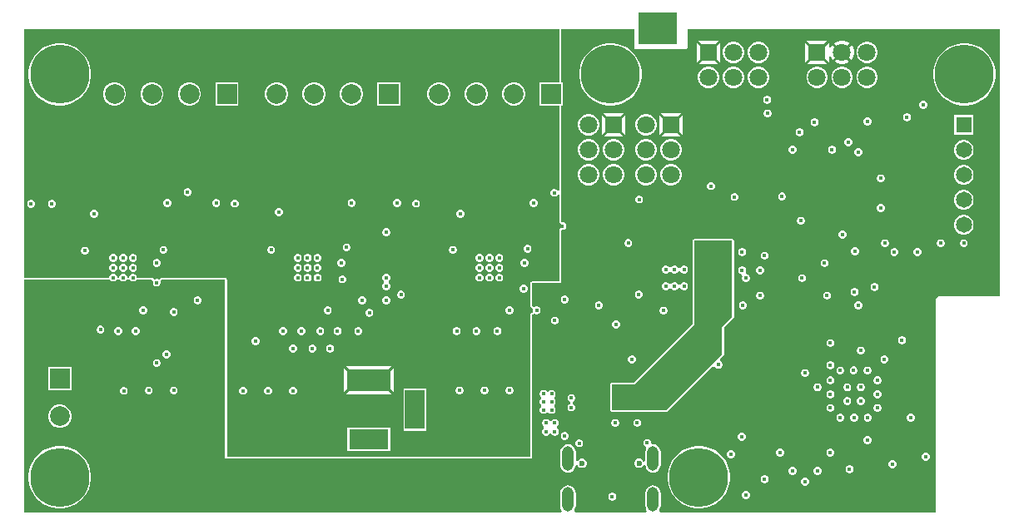
<source format=gbr>
%TF.GenerationSoftware,Altium Limited,Altium Designer,23.4.1 (23)*%
G04 Layer_Physical_Order=5*
G04 Layer_Color=16737945*
%FSLAX26Y26*%
%MOIN*%
%TF.SameCoordinates,C984E364-D40C-4CF4-8751-E295BDF5E6C2*%
%TF.FilePolarity,Positive*%
%TF.FileFunction,Copper,L5,Inr,Signal*%
%TF.Part,Single*%
G01*
G75*
%TA.AperFunction,ComponentPad*%
%ADD36O,0.047244X0.098425*%
%ADD37C,0.023622*%
%ADD38R,0.064961X0.064961*%
%ADD39C,0.064961*%
%ADD40C,0.236220*%
%ADD41C,0.070866*%
%ADD42R,0.070866X0.070866*%
%ADD43C,0.017716*%
%ADD44R,0.157480X0.078740*%
%ADD45R,0.078740X0.157480*%
%ADD46R,0.173228X0.086614*%
%ADD47C,0.078740*%
%ADD48R,0.078740X0.078740*%
%ADD49R,0.078740X0.078740*%
%ADD50R,0.070866X0.070866*%
%TA.AperFunction,ViaPad*%
%ADD51C,0.017716*%
%TA.AperFunction,NonConductor*%
%ADD55R,0.157172X0.130000*%
G36*
X3920952Y882198D02*
X3681103D01*
X3674959Y880976D01*
X3669750Y877495D01*
X3666269Y872286D01*
X3665047Y866142D01*
Y16056D01*
X2561221D01*
X2557410Y24056D01*
X2560024Y27462D01*
X2563109Y34912D01*
X2564162Y42906D01*
Y94087D01*
X2563109Y102081D01*
X2560024Y109530D01*
X2555115Y115927D01*
X2548719Y120835D01*
X2541269Y123921D01*
X2533276Y124973D01*
X2525282Y123921D01*
X2517832Y120835D01*
X2511436Y115927D01*
X2506527Y109530D01*
X2503442Y102081D01*
X2502389Y94087D01*
Y42906D01*
X2503442Y34912D01*
X2506527Y27462D01*
X2509141Y24056D01*
X2505330Y16056D01*
X2220670D01*
X2216859Y24056D01*
X2219473Y27462D01*
X2222558Y34912D01*
X2223611Y42906D01*
Y94087D01*
X2222558Y102081D01*
X2219473Y109530D01*
X2214564Y115927D01*
X2208168Y120835D01*
X2200718Y123921D01*
X2192724Y124973D01*
X2184731Y123921D01*
X2177281Y120835D01*
X2170885Y115927D01*
X2165976Y109530D01*
X2162891Y102081D01*
X2161838Y94087D01*
Y42906D01*
X2162891Y34912D01*
X2165976Y27462D01*
X2168590Y24056D01*
X2164779Y16056D01*
X16056D01*
Y950000D01*
X357755D01*
X358456Y948307D01*
X362917Y943846D01*
X368745Y941432D01*
X375054D01*
X380883Y943846D01*
X385344Y948307D01*
X386045Y950000D01*
X397125D01*
X397826Y948307D01*
X402287Y943846D01*
X408116Y941432D01*
X414424D01*
X420253Y943846D01*
X424714Y948307D01*
X425415Y950000D01*
X436495D01*
X437196Y948307D01*
X441657Y943846D01*
X447486Y941432D01*
X453795D01*
X459623Y943846D01*
X464084Y948307D01*
X464785Y950000D01*
X525959D01*
X531030Y942000D01*
X530467Y940641D01*
Y934333D01*
X532881Y928504D01*
X537342Y924043D01*
X543171Y921629D01*
X549480D01*
X555308Y924043D01*
X559769Y928504D01*
X562183Y934333D01*
Y940641D01*
X561621Y942000D01*
X566692Y950000D01*
X820000D01*
Y232602D01*
X2050000D01*
Y809248D01*
X2057923Y812639D01*
X2063752Y810224D01*
X2070061D01*
X2075889Y812639D01*
X2080350Y817099D01*
X2082764Y822928D01*
Y829237D01*
X2080350Y835065D01*
X2075889Y839526D01*
X2070061Y841941D01*
X2063752D01*
X2057923Y839526D01*
X2050000Y842917D01*
Y935000D01*
X2165355D01*
Y1147349D01*
X2166846Y1148345D01*
X2173154D01*
X2178983Y1150759D01*
X2183444Y1155220D01*
X2185858Y1161049D01*
Y1167358D01*
X2183444Y1173186D01*
X2178983Y1177647D01*
X2173154Y1180062D01*
X2166846D01*
X2165355Y1181058D01*
Y1646543D01*
X2172354D01*
Y1739284D01*
X2165355D01*
Y1952448D01*
X2457863D01*
Y1880000D01*
X2458406Y1877269D01*
X2459953Y1874953D01*
X2462269Y1873406D01*
X2465000Y1872863D01*
X2665000D01*
X2667731Y1873406D01*
X2670047Y1874953D01*
X2671594Y1877269D01*
X2672137Y1880000D01*
Y1952448D01*
X3920952D01*
Y882198D01*
D02*
G37*
G36*
X2158218Y1739284D02*
X2079614D01*
Y1646543D01*
X2158218D01*
Y1306294D01*
X2151218Y1304902D01*
X2150602Y1306389D01*
X2146141Y1310850D01*
X2140312Y1313264D01*
X2134004D01*
X2128175Y1310850D01*
X2123714Y1306389D01*
X2121300Y1300560D01*
Y1294251D01*
X2123714Y1288423D01*
X2128175Y1283962D01*
X2134004Y1281547D01*
X2140312D01*
X2146141Y1283962D01*
X2150602Y1288423D01*
X2151218Y1289909D01*
X2158218Y1288517D01*
Y1181058D01*
X2158355Y1180368D01*
Y1179665D01*
X2158624Y1179016D01*
X2158761Y1178326D01*
X2159151Y1177742D01*
X2159421Y1177093D01*
X2159918Y1176595D01*
X2160308Y1176011D01*
X2160892Y1175621D01*
X2161390Y1175123D01*
X2162881Y1174127D01*
X2163530Y1173858D01*
X2164115Y1173468D01*
X2164804Y1173331D01*
X2165355Y1173102D01*
Y1155304D01*
X2164804Y1155076D01*
X2164115Y1154939D01*
X2163530Y1154549D01*
X2162881Y1154279D01*
X2161390Y1153283D01*
X2160892Y1152786D01*
X2160308Y1152396D01*
X2159918Y1151811D01*
X2159421Y1151314D01*
X2159151Y1150665D01*
X2158761Y1150080D01*
X2158624Y1149391D01*
X2158355Y1148741D01*
Y1148038D01*
X2158218Y1147349D01*
Y942137D01*
X2050000D01*
X2047269Y941594D01*
X2044953Y940047D01*
X2043406Y937731D01*
X2042863Y935000D01*
Y842917D01*
X2043128Y841587D01*
X2043375Y840263D01*
X2043398Y840227D01*
X2043406Y840186D01*
X2044158Y839060D01*
X2044895Y837929D01*
X2044930Y837906D01*
X2044953Y837870D01*
X2046080Y837118D01*
X2047192Y836356D01*
X2052972Y833882D01*
X2051048Y829237D01*
Y822928D01*
X2052972Y818283D01*
X2047192Y815809D01*
X2046076Y815044D01*
X2044953Y814294D01*
X2044930Y814259D01*
X2044895Y814235D01*
X2044156Y813102D01*
X2043406Y811979D01*
X2043398Y811938D01*
X2043375Y811902D01*
X2043127Y810574D01*
X2042863Y809248D01*
Y239739D01*
X827137D01*
Y950000D01*
X826594Y952731D01*
X825047Y955047D01*
X822731Y956594D01*
X820000Y957137D01*
X566692D01*
X565919Y956983D01*
X565131Y956964D01*
X564566Y956714D01*
X563961Y956594D01*
X563306Y956156D01*
X562585Y955837D01*
X562159Y955390D01*
X561645Y955047D01*
X561424Y954715D01*
X561006Y954274D01*
X555308Y950931D01*
X549480Y953345D01*
X543171D01*
X537342Y950931D01*
X531643Y954274D01*
X531227Y954715D01*
X531005Y955047D01*
X530492Y955390D01*
X530066Y955837D01*
X529345Y956156D01*
X528690Y956594D01*
X528084Y956714D01*
X527519Y956964D01*
X526731Y956983D01*
X525959Y957137D01*
X466498D01*
Y960445D01*
X464084Y966273D01*
X459623Y970734D01*
X453795Y973148D01*
X447486D01*
X441657Y970734D01*
X437196Y966273D01*
X434782Y960445D01*
Y957137D01*
X427128D01*
Y960445D01*
X424714Y966273D01*
X420253Y970734D01*
X414424Y973148D01*
X408116D01*
X402287Y970734D01*
X397826Y966273D01*
X395412Y960445D01*
Y957137D01*
X387758D01*
Y960445D01*
X385344Y966273D01*
X380883Y970734D01*
X375054Y973148D01*
X368745D01*
X362917Y970734D01*
X358456Y966273D01*
X356042Y960445D01*
Y957137D01*
X16056D01*
Y1952448D01*
X2158218D01*
Y1739284D01*
D02*
G37*
%LPC*%
G36*
X3296245Y1907433D02*
X3283755D01*
X3271691Y1904200D01*
X3260876Y1897956D01*
X3259995Y1897076D01*
X3290000Y1867071D01*
X3320005Y1897076D01*
X3319124Y1897956D01*
X3308309Y1904200D01*
X3296245Y1907433D01*
D02*
G37*
G36*
X3230362D02*
X3149638D01*
X3190000Y1867071D01*
X3230362Y1907433D01*
D02*
G37*
G36*
X2795362D02*
X2714638D01*
X2755000Y1867071D01*
X2795362Y1907433D01*
D02*
G37*
G36*
X3327076Y1890005D02*
X3297071Y1860000D01*
X3327076Y1829995D01*
X3327956Y1830876D01*
X3334200Y1841691D01*
X3337433Y1853755D01*
Y1866245D01*
X3334200Y1878309D01*
X3327956Y1889124D01*
X3327076Y1890005D01*
D02*
G37*
G36*
X3237433Y1900362D02*
X3197071Y1860000D01*
X3237433Y1819638D01*
Y1842006D01*
X3245433Y1843059D01*
X3245800Y1841691D01*
X3252044Y1830876D01*
X3252924Y1829995D01*
X3282929Y1860000D01*
X3252924Y1890005D01*
X3252044Y1889124D01*
X3245800Y1878309D01*
X3245433Y1876941D01*
X3237433Y1877994D01*
Y1900362D01*
D02*
G37*
G36*
X2802433D02*
X2762071Y1860000D01*
X2802433Y1819638D01*
Y1900362D01*
D02*
G37*
G36*
X3142567Y1900362D02*
Y1819638D01*
X3182929Y1860000D01*
X3142567Y1900362D01*
D02*
G37*
G36*
X2707567D02*
Y1819638D01*
X2747929Y1860000D01*
X2707567Y1900362D01*
D02*
G37*
G36*
X3395586Y1902433D02*
X3384414D01*
X3373622Y1899541D01*
X3363945Y1893955D01*
X3356045Y1886054D01*
X3350459Y1876379D01*
X3347567Y1865586D01*
Y1854414D01*
X3350459Y1843621D01*
X3356045Y1833946D01*
X3363945Y1826045D01*
X3373622Y1820459D01*
X3384414Y1817567D01*
X3395586D01*
X3406378Y1820459D01*
X3416055Y1826045D01*
X3423955Y1833946D01*
X3429541Y1843621D01*
X3432433Y1854414D01*
Y1865586D01*
X3429541Y1876379D01*
X3423955Y1886054D01*
X3416055Y1893955D01*
X3406378Y1899541D01*
X3395586Y1902433D01*
D02*
G37*
G36*
X2960586D02*
X2949414D01*
X2938622Y1899541D01*
X2928945Y1893955D01*
X2921045Y1886054D01*
X2915459Y1876379D01*
X2912567Y1865586D01*
Y1854414D01*
X2915459Y1843621D01*
X2921045Y1833946D01*
X2928945Y1826045D01*
X2938622Y1820459D01*
X2949414Y1817567D01*
X2960586D01*
X2971378Y1820459D01*
X2981055Y1826045D01*
X2988955Y1833946D01*
X2994541Y1843621D01*
X2997433Y1854414D01*
Y1865586D01*
X2994541Y1876379D01*
X2988955Y1886054D01*
X2981055Y1893955D01*
X2971378Y1899541D01*
X2960586Y1902433D01*
D02*
G37*
G36*
X2860586D02*
X2849414D01*
X2838622Y1899541D01*
X2828945Y1893955D01*
X2821045Y1886054D01*
X2815459Y1876379D01*
X2812567Y1865586D01*
Y1854414D01*
X2815459Y1843621D01*
X2821045Y1833946D01*
X2828945Y1826045D01*
X2838622Y1820459D01*
X2849414Y1817567D01*
X2860586D01*
X2871378Y1820459D01*
X2881055Y1826045D01*
X2888955Y1833946D01*
X2894541Y1843621D01*
X2897433Y1854414D01*
Y1865586D01*
X2894541Y1876379D01*
X2888955Y1886054D01*
X2881055Y1893955D01*
X2871378Y1899541D01*
X2860586Y1902433D01*
D02*
G37*
G36*
X3290000Y1852929D02*
X3259995Y1822924D01*
X3260876Y1822044D01*
X3271691Y1815800D01*
X3283755Y1812567D01*
X3296245D01*
X3308309Y1815800D01*
X3319124Y1822044D01*
X3320005Y1822924D01*
X3290000Y1852929D01*
D02*
G37*
G36*
X3190000D02*
X3149638Y1812567D01*
X3230362D01*
X3190000Y1852929D01*
D02*
G37*
G36*
X2755000D02*
X2714638Y1812567D01*
X2795362D01*
X2755000Y1852929D01*
D02*
G37*
G36*
X3395586Y1802433D02*
X3384414D01*
X3373622Y1799541D01*
X3363945Y1793955D01*
X3356045Y1786054D01*
X3350459Y1776379D01*
X3347567Y1765586D01*
Y1754414D01*
X3350459Y1743621D01*
X3356045Y1733946D01*
X3363945Y1726045D01*
X3373622Y1720459D01*
X3384414Y1717567D01*
X3395586D01*
X3406378Y1720459D01*
X3416055Y1726045D01*
X3423955Y1733946D01*
X3429541Y1743621D01*
X3432433Y1754414D01*
Y1765586D01*
X3429541Y1776379D01*
X3423955Y1786054D01*
X3416055Y1793955D01*
X3406378Y1799541D01*
X3395586Y1802433D01*
D02*
G37*
G36*
X3295586D02*
X3284414D01*
X3273622Y1799541D01*
X3263945Y1793955D01*
X3256045Y1786054D01*
X3250459Y1776379D01*
X3247567Y1765586D01*
Y1754414D01*
X3250459Y1743621D01*
X3256045Y1733946D01*
X3263945Y1726045D01*
X3273622Y1720459D01*
X3284414Y1717567D01*
X3295586D01*
X3306378Y1720459D01*
X3316055Y1726045D01*
X3323955Y1733946D01*
X3329541Y1743621D01*
X3332433Y1754414D01*
Y1765586D01*
X3329541Y1776379D01*
X3323955Y1786054D01*
X3316055Y1793955D01*
X3306378Y1799541D01*
X3295586Y1802433D01*
D02*
G37*
G36*
X3195586D02*
X3184414D01*
X3173622Y1799541D01*
X3163945Y1793955D01*
X3156045Y1786054D01*
X3150459Y1776379D01*
X3147567Y1765586D01*
Y1754414D01*
X3150459Y1743621D01*
X3156045Y1733946D01*
X3163945Y1726045D01*
X3173622Y1720459D01*
X3184414Y1717567D01*
X3195586D01*
X3206378Y1720459D01*
X3216055Y1726045D01*
X3223955Y1733946D01*
X3229541Y1743621D01*
X3232433Y1754414D01*
Y1765586D01*
X3229541Y1776379D01*
X3223955Y1786054D01*
X3216055Y1793955D01*
X3206378Y1799541D01*
X3195586Y1802433D01*
D02*
G37*
G36*
X2960586D02*
X2949414D01*
X2938622Y1799541D01*
X2928945Y1793955D01*
X2921045Y1786054D01*
X2915459Y1776379D01*
X2912567Y1765586D01*
Y1754414D01*
X2915459Y1743621D01*
X2921045Y1733946D01*
X2928945Y1726045D01*
X2938622Y1720459D01*
X2949414Y1717567D01*
X2960586D01*
X2971378Y1720459D01*
X2981055Y1726045D01*
X2988955Y1733946D01*
X2994541Y1743621D01*
X2997433Y1754414D01*
Y1765586D01*
X2994541Y1776379D01*
X2988955Y1786054D01*
X2981055Y1793955D01*
X2971378Y1799541D01*
X2960586Y1802433D01*
D02*
G37*
G36*
X2860586D02*
X2849414D01*
X2838622Y1799541D01*
X2828945Y1793955D01*
X2821045Y1786054D01*
X2815459Y1776379D01*
X2812567Y1765586D01*
Y1754414D01*
X2815459Y1743621D01*
X2821045Y1733946D01*
X2828945Y1726045D01*
X2838622Y1720459D01*
X2849414Y1717567D01*
X2860586D01*
X2871378Y1720459D01*
X2881055Y1726045D01*
X2888955Y1733946D01*
X2894541Y1743621D01*
X2897433Y1754414D01*
Y1765586D01*
X2894541Y1776379D01*
X2888955Y1786054D01*
X2881055Y1793955D01*
X2871378Y1799541D01*
X2860586Y1802433D01*
D02*
G37*
G36*
X2760586D02*
X2749414D01*
X2738622Y1799541D01*
X2728945Y1793955D01*
X2721045Y1786054D01*
X2715459Y1776379D01*
X2712567Y1765586D01*
Y1754414D01*
X2715459Y1743621D01*
X2721045Y1733946D01*
X2728945Y1726045D01*
X2738622Y1720459D01*
X2749414Y1717567D01*
X2760586D01*
X2771378Y1720459D01*
X2781055Y1726045D01*
X2788955Y1733946D01*
X2794541Y1743621D01*
X2797433Y1754414D01*
Y1765586D01*
X2794541Y1776379D01*
X2788955Y1786054D01*
X2781055Y1793955D01*
X2771378Y1799541D01*
X2760586Y1802433D01*
D02*
G37*
G36*
X2993154Y1685858D02*
X2986846D01*
X2981017Y1683444D01*
X2976556Y1678983D01*
X2974142Y1673154D01*
Y1666846D01*
X2976556Y1661017D01*
X2981017Y1656556D01*
X2986846Y1654142D01*
X2993154D01*
X2998983Y1656556D01*
X3003444Y1661017D01*
X3005858Y1666846D01*
Y1673154D01*
X3003444Y1678983D01*
X2998983Y1683444D01*
X2993154Y1685858D01*
D02*
G37*
G36*
X2372051Y1896764D02*
X2352358D01*
X2332908Y1893684D01*
X2314179Y1887598D01*
X2296633Y1878658D01*
X2280701Y1867083D01*
X2266776Y1853158D01*
X2255201Y1837226D01*
X2246260Y1819680D01*
X2240175Y1800951D01*
X2237095Y1781500D01*
Y1761808D01*
X2240175Y1742357D01*
X2246260Y1723628D01*
X2255201Y1706082D01*
X2266776Y1690150D01*
X2280701Y1676225D01*
X2296633Y1664650D01*
X2314179Y1655710D01*
X2332908Y1649624D01*
X2352358Y1646544D01*
X2372051D01*
X2391501Y1649624D01*
X2410230Y1655710D01*
X2427777Y1664650D01*
X2443709Y1676225D01*
X2457633Y1690150D01*
X2469209Y1706082D01*
X2478149Y1723628D01*
X2484234Y1742357D01*
X2487315Y1761808D01*
Y1781500D01*
X2484234Y1800951D01*
X2478149Y1819680D01*
X2469209Y1837226D01*
X2457633Y1853158D01*
X2443709Y1867083D01*
X2427777Y1878658D01*
X2410230Y1887598D01*
X2391501Y1893684D01*
X2372051Y1896764D01*
D02*
G37*
G36*
X3789374Y1896764D02*
X3769681D01*
X3750231Y1893683D01*
X3731502Y1887598D01*
X3713956Y1878657D01*
X3698024Y1867082D01*
X3684099Y1853157D01*
X3672524Y1837226D01*
X3663583Y1819679D01*
X3657498Y1800950D01*
X3654417Y1781500D01*
Y1761807D01*
X3657498Y1742357D01*
X3663583Y1723628D01*
X3672524Y1706081D01*
X3684099Y1690150D01*
X3698024Y1676225D01*
X3713956Y1664650D01*
X3731502Y1655709D01*
X3750231Y1649624D01*
X3769681Y1646543D01*
X3789374D01*
X3808824Y1649624D01*
X3827553Y1655709D01*
X3845100Y1664650D01*
X3861031Y1676225D01*
X3874956Y1690150D01*
X3886532Y1706081D01*
X3895472Y1723628D01*
X3901557Y1742357D01*
X3904638Y1761807D01*
Y1781500D01*
X3901557Y1800950D01*
X3895472Y1819679D01*
X3886532Y1837226D01*
X3874956Y1853157D01*
X3861031Y1867082D01*
X3845100Y1878657D01*
X3827553Y1887598D01*
X3808824Y1893683D01*
X3789374Y1896764D01*
D02*
G37*
G36*
X3618832Y1665180D02*
X3612523D01*
X3606695Y1662766D01*
X3602234Y1658305D01*
X3599820Y1652477D01*
Y1646168D01*
X3602234Y1640339D01*
X3606695Y1635878D01*
X3612523Y1633464D01*
X3618832D01*
X3624661Y1635878D01*
X3629122Y1640339D01*
X3631536Y1646168D01*
Y1652477D01*
X3629122Y1658305D01*
X3624661Y1662766D01*
X3618832Y1665180D01*
D02*
G37*
G36*
X2994974Y1630858D02*
X2988665D01*
X2982836Y1628444D01*
X2978376Y1623983D01*
X2975961Y1618154D01*
Y1611846D01*
X2978376Y1606017D01*
X2982836Y1601556D01*
X2988665Y1599142D01*
X2994974D01*
X3000802Y1601556D01*
X3005263Y1606017D01*
X3007678Y1611846D01*
Y1618154D01*
X3005263Y1623983D01*
X3000802Y1628444D01*
X2994974Y1630858D01*
D02*
G37*
G36*
X3553154Y1615858D02*
X3546846D01*
X3541017Y1613444D01*
X3536556Y1608983D01*
X3534142Y1603154D01*
Y1596846D01*
X3536556Y1591017D01*
X3541017Y1586556D01*
X3546846Y1584142D01*
X3553154D01*
X3558983Y1586556D01*
X3563444Y1591017D01*
X3565858Y1596846D01*
Y1603154D01*
X3563444Y1608983D01*
X3558983Y1613444D01*
X3553154Y1615858D01*
D02*
G37*
G36*
X2415362Y1617433D02*
X2334638D01*
X2375000Y1577071D01*
X2415362Y1617433D01*
D02*
G37*
G36*
X2644776D02*
X2564052D01*
X2604414Y1577071D01*
X2644776Y1617433D01*
D02*
G37*
G36*
X3394974Y1599039D02*
X3388665D01*
X3382836Y1596624D01*
X3378376Y1592164D01*
X3375961Y1586335D01*
Y1580026D01*
X3378376Y1574198D01*
X3382836Y1569737D01*
X3388665Y1567322D01*
X3394974D01*
X3400802Y1569737D01*
X3405263Y1574198D01*
X3407678Y1580026D01*
Y1586335D01*
X3405263Y1592164D01*
X3400802Y1596624D01*
X3394974Y1599039D01*
D02*
G37*
G36*
X3183154Y1595858D02*
X3176846D01*
X3171017Y1593444D01*
X3166556Y1588983D01*
X3164142Y1583154D01*
Y1576846D01*
X3166556Y1571017D01*
X3171017Y1566556D01*
X3176846Y1564142D01*
X3183154D01*
X3188983Y1566556D01*
X3193444Y1571017D01*
X3195858Y1576846D01*
Y1583154D01*
X3193444Y1588983D01*
X3188983Y1593444D01*
X3183154Y1595858D01*
D02*
G37*
G36*
X2422433Y1610362D02*
X2382071Y1570000D01*
X2422433Y1529638D01*
Y1610362D01*
D02*
G37*
G36*
X2651847D02*
X2611485Y1570000D01*
X2651847Y1529638D01*
Y1610362D01*
D02*
G37*
G36*
X2556981Y1610362D02*
Y1529638D01*
X2597343Y1570000D01*
X2556981Y1610362D01*
D02*
G37*
G36*
X2327567Y1610362D02*
Y1529638D01*
X2367929Y1570000D01*
X2327567Y1610362D01*
D02*
G37*
G36*
X3816480Y1608024D02*
X3737519D01*
Y1529063D01*
X3816480D01*
Y1608024D01*
D02*
G37*
G36*
X2510001Y1612433D02*
X2498828D01*
X2488036Y1609541D01*
X2478360Y1603955D01*
X2470459Y1596054D01*
X2464873Y1586379D01*
X2461981Y1575586D01*
Y1564414D01*
X2464873Y1553621D01*
X2470459Y1543946D01*
X2478360Y1536045D01*
X2488036Y1530459D01*
X2498828Y1527567D01*
X2510001D01*
X2520793Y1530459D01*
X2530469Y1536045D01*
X2538369Y1543946D01*
X2543955Y1553621D01*
X2546847Y1564414D01*
Y1575586D01*
X2543955Y1586379D01*
X2538369Y1596054D01*
X2530469Y1603955D01*
X2520793Y1609541D01*
X2510001Y1612433D01*
D02*
G37*
G36*
X2280586D02*
X2269414D01*
X2258622Y1609541D01*
X2248945Y1603955D01*
X2241045Y1596054D01*
X2235459Y1586379D01*
X2232567Y1575586D01*
Y1564414D01*
X2235459Y1553621D01*
X2241045Y1543946D01*
X2248945Y1536045D01*
X2258622Y1530459D01*
X2269414Y1527567D01*
X2280586D01*
X2291378Y1530459D01*
X2301055Y1536045D01*
X2308955Y1543946D01*
X2314541Y1553621D01*
X2317433Y1564414D01*
Y1575586D01*
X2314541Y1586379D01*
X2308955Y1596054D01*
X2301055Y1603955D01*
X2291378Y1609541D01*
X2280586Y1612433D01*
D02*
G37*
G36*
X3123154Y1555858D02*
X3116846D01*
X3111017Y1553444D01*
X3106556Y1548983D01*
X3104142Y1543154D01*
Y1536846D01*
X3106556Y1531017D01*
X3111017Y1526556D01*
X3116846Y1524142D01*
X3123154D01*
X3128983Y1526556D01*
X3133444Y1531017D01*
X3135858Y1536846D01*
Y1543154D01*
X3133444Y1548983D01*
X3128983Y1553444D01*
X3123154Y1555858D01*
D02*
G37*
G36*
X2604414Y1562929D02*
X2564052Y1522567D01*
X2644776D01*
X2604414Y1562929D01*
D02*
G37*
G36*
X2375000Y1562929D02*
X2334638Y1522567D01*
X2415362D01*
X2375000Y1562929D01*
D02*
G37*
G36*
X3318154Y1515858D02*
X3311846D01*
X3306017Y1513444D01*
X3301556Y1508983D01*
X3299142Y1503154D01*
Y1496846D01*
X3301556Y1491017D01*
X3306017Y1486556D01*
X3311846Y1484142D01*
X3318154D01*
X3323983Y1486556D01*
X3328444Y1491017D01*
X3330858Y1496846D01*
Y1503154D01*
X3328444Y1508983D01*
X3323983Y1513444D01*
X3318154Y1515858D01*
D02*
G37*
G36*
X3253154Y1485858D02*
X3246846D01*
X3241017Y1483444D01*
X3236556Y1478983D01*
X3234142Y1473154D01*
Y1466846D01*
X3236556Y1461017D01*
X3241017Y1456556D01*
X3246846Y1454142D01*
X3253154D01*
X3258983Y1456556D01*
X3263444Y1461017D01*
X3265858Y1466846D01*
Y1473154D01*
X3263444Y1478983D01*
X3258983Y1483444D01*
X3253154Y1485858D01*
D02*
G37*
G36*
X3094974D02*
X3088665D01*
X3082836Y1483444D01*
X3078375Y1478983D01*
X3075961Y1473154D01*
Y1466846D01*
X3078375Y1461017D01*
X3082836Y1456556D01*
X3088665Y1454142D01*
X3094974D01*
X3100802Y1456556D01*
X3105263Y1461017D01*
X3107677Y1466846D01*
Y1473154D01*
X3105263Y1478983D01*
X3100802Y1483444D01*
X3094974Y1485858D01*
D02*
G37*
G36*
X3358154Y1475858D02*
X3351846D01*
X3346017Y1473444D01*
X3341556Y1468983D01*
X3339142Y1463154D01*
Y1456846D01*
X3341556Y1451017D01*
X3346017Y1446556D01*
X3351846Y1444142D01*
X3358154D01*
X3363983Y1446556D01*
X3368444Y1451017D01*
X3370858Y1456846D01*
Y1463154D01*
X3368444Y1468983D01*
X3363983Y1473444D01*
X3358154Y1475858D01*
D02*
G37*
G36*
X3782197Y1508024D02*
X3771802D01*
X3761761Y1505333D01*
X3752758Y1500135D01*
X3745407Y1492785D01*
X3740210Y1483782D01*
X3737519Y1473741D01*
Y1463346D01*
X3740210Y1453304D01*
X3745407Y1444302D01*
X3752758Y1436951D01*
X3761761Y1431754D01*
X3771802Y1429063D01*
X3782197D01*
X3792238Y1431754D01*
X3801241Y1436951D01*
X3808592Y1444302D01*
X3813789Y1453304D01*
X3816480Y1463346D01*
Y1473741D01*
X3813789Y1483782D01*
X3808592Y1492785D01*
X3801241Y1500135D01*
X3792238Y1505333D01*
X3782197Y1508024D01*
D02*
G37*
G36*
X2610001Y1512433D02*
X2598828D01*
X2588036Y1509541D01*
X2578360Y1503955D01*
X2570459Y1496054D01*
X2564873Y1486379D01*
X2561981Y1475586D01*
Y1464414D01*
X2564873Y1453621D01*
X2570459Y1443946D01*
X2578360Y1436045D01*
X2588036Y1430459D01*
X2598828Y1427567D01*
X2610001D01*
X2620793Y1430459D01*
X2630469Y1436045D01*
X2638369Y1443946D01*
X2643955Y1453621D01*
X2646847Y1464414D01*
Y1475586D01*
X2643955Y1486379D01*
X2638369Y1496054D01*
X2630469Y1503955D01*
X2620793Y1509541D01*
X2610001Y1512433D01*
D02*
G37*
G36*
X2510001D02*
X2498828D01*
X2488036Y1509541D01*
X2478360Y1503955D01*
X2470459Y1496054D01*
X2464873Y1486379D01*
X2461981Y1475586D01*
Y1464414D01*
X2464873Y1453621D01*
X2470459Y1443946D01*
X2478360Y1436045D01*
X2488036Y1430459D01*
X2498828Y1427567D01*
X2510001D01*
X2520793Y1430459D01*
X2530469Y1436045D01*
X2538369Y1443946D01*
X2543955Y1453621D01*
X2546847Y1464414D01*
Y1475586D01*
X2543955Y1486379D01*
X2538369Y1496054D01*
X2530469Y1503955D01*
X2520793Y1509541D01*
X2510001Y1512433D01*
D02*
G37*
G36*
X2380586D02*
X2369414D01*
X2358622Y1509541D01*
X2348945Y1503955D01*
X2341045Y1496054D01*
X2335459Y1486379D01*
X2332567Y1475586D01*
Y1464414D01*
X2335459Y1453621D01*
X2341045Y1443946D01*
X2348945Y1436045D01*
X2358622Y1430459D01*
X2369414Y1427567D01*
X2380586D01*
X2391378Y1430459D01*
X2401055Y1436045D01*
X2408955Y1443946D01*
X2414541Y1453621D01*
X2417433Y1464414D01*
Y1475586D01*
X2414541Y1486379D01*
X2408955Y1496054D01*
X2401055Y1503955D01*
X2391378Y1509541D01*
X2380586Y1512433D01*
D02*
G37*
G36*
X2280586D02*
X2269414D01*
X2258622Y1509541D01*
X2248945Y1503955D01*
X2241045Y1496054D01*
X2235459Y1486379D01*
X2232567Y1475586D01*
Y1464414D01*
X2235459Y1453621D01*
X2241045Y1443946D01*
X2248945Y1436045D01*
X2258622Y1430459D01*
X2269414Y1427567D01*
X2280586D01*
X2291378Y1430459D01*
X2301055Y1436045D01*
X2308955Y1443946D01*
X2314541Y1453621D01*
X2317433Y1464414D01*
Y1475586D01*
X2314541Y1486379D01*
X2308955Y1496054D01*
X2301055Y1503955D01*
X2291378Y1509541D01*
X2280586Y1512433D01*
D02*
G37*
G36*
X3448154Y1370858D02*
X3441846D01*
X3436017Y1368444D01*
X3431556Y1363983D01*
X3429142Y1358154D01*
Y1351846D01*
X3431556Y1346017D01*
X3436017Y1341556D01*
X3441846Y1339142D01*
X3448154D01*
X3453983Y1341556D01*
X3458444Y1346017D01*
X3460858Y1351846D01*
Y1358154D01*
X3458444Y1363983D01*
X3453983Y1368444D01*
X3448154Y1370858D01*
D02*
G37*
G36*
X3782197Y1408024D02*
X3771802D01*
X3761761Y1405333D01*
X3752758Y1400135D01*
X3745407Y1392785D01*
X3740210Y1383782D01*
X3737519Y1373741D01*
Y1363346D01*
X3740210Y1353304D01*
X3745407Y1344302D01*
X3752758Y1336951D01*
X3761761Y1331754D01*
X3771802Y1329063D01*
X3782197D01*
X3792238Y1331754D01*
X3801241Y1336951D01*
X3808592Y1344302D01*
X3813789Y1353304D01*
X3816480Y1363346D01*
Y1373741D01*
X3813789Y1383782D01*
X3808592Y1392785D01*
X3801241Y1400135D01*
X3792238Y1405333D01*
X3782197Y1408024D01*
D02*
G37*
G36*
X2610001Y1412433D02*
X2598828D01*
X2588036Y1409541D01*
X2578360Y1403955D01*
X2570459Y1396054D01*
X2564873Y1386379D01*
X2561981Y1375586D01*
Y1364414D01*
X2564873Y1353621D01*
X2570459Y1343946D01*
X2578360Y1336045D01*
X2588036Y1330459D01*
X2598828Y1327567D01*
X2610001D01*
X2620793Y1330459D01*
X2630469Y1336045D01*
X2638369Y1343946D01*
X2643955Y1353621D01*
X2646847Y1364414D01*
Y1375586D01*
X2643955Y1386379D01*
X2638369Y1396054D01*
X2630469Y1403955D01*
X2620793Y1409541D01*
X2610001Y1412433D01*
D02*
G37*
G36*
X2510001D02*
X2498828D01*
X2488036Y1409541D01*
X2478360Y1403955D01*
X2470459Y1396054D01*
X2464873Y1386379D01*
X2461981Y1375586D01*
Y1364414D01*
X2464873Y1353621D01*
X2470459Y1343946D01*
X2478360Y1336045D01*
X2488036Y1330459D01*
X2498828Y1327567D01*
X2510001D01*
X2520793Y1330459D01*
X2530469Y1336045D01*
X2538369Y1343946D01*
X2543955Y1353621D01*
X2546847Y1364414D01*
Y1375586D01*
X2543955Y1386379D01*
X2538369Y1396054D01*
X2530469Y1403955D01*
X2520793Y1409541D01*
X2510001Y1412433D01*
D02*
G37*
G36*
X2380586D02*
X2369414D01*
X2358622Y1409541D01*
X2348945Y1403955D01*
X2341045Y1396054D01*
X2335459Y1386379D01*
X2332567Y1375586D01*
Y1364414D01*
X2335459Y1353621D01*
X2341045Y1343946D01*
X2348945Y1336045D01*
X2358622Y1330459D01*
X2369414Y1327567D01*
X2380586D01*
X2391378Y1330459D01*
X2401055Y1336045D01*
X2408955Y1343946D01*
X2414541Y1353621D01*
X2417433Y1364414D01*
Y1375586D01*
X2414541Y1386379D01*
X2408955Y1396054D01*
X2401055Y1403955D01*
X2391378Y1409541D01*
X2380586Y1412433D01*
D02*
G37*
G36*
X2280586D02*
X2269414D01*
X2258622Y1409541D01*
X2248945Y1403955D01*
X2241045Y1396054D01*
X2235459Y1386379D01*
X2232567Y1375586D01*
Y1364414D01*
X2235459Y1353621D01*
X2241045Y1343946D01*
X2248945Y1336045D01*
X2258622Y1330459D01*
X2269414Y1327567D01*
X2280586D01*
X2291378Y1330459D01*
X2301055Y1336045D01*
X2308955Y1343946D01*
X2314541Y1353621D01*
X2317433Y1364414D01*
Y1375586D01*
X2314541Y1386379D01*
X2308955Y1396054D01*
X2301055Y1403955D01*
X2291378Y1409541D01*
X2280586Y1412433D01*
D02*
G37*
G36*
X2768154Y1339401D02*
X2761846D01*
X2756017Y1336987D01*
X2751556Y1332526D01*
X2749142Y1326698D01*
Y1320389D01*
X2751556Y1314560D01*
X2756017Y1310099D01*
X2761846Y1307685D01*
X2768154D01*
X2773983Y1310099D01*
X2778444Y1314560D01*
X2780858Y1320389D01*
Y1326698D01*
X2778444Y1332526D01*
X2773983Y1336987D01*
X2768154Y1339401D01*
D02*
G37*
G36*
X3052910Y1297665D02*
X3046601D01*
X3040773Y1295250D01*
X3036312Y1290789D01*
X3033898Y1284961D01*
Y1278652D01*
X3036312Y1272823D01*
X3040773Y1268362D01*
X3046601Y1265948D01*
X3052910D01*
X3058739Y1268362D01*
X3063200Y1272823D01*
X3065614Y1278652D01*
Y1284961D01*
X3063200Y1290789D01*
X3058739Y1295250D01*
X3052910Y1297665D01*
D02*
G37*
G36*
X2862842Y1296418D02*
X2856533D01*
X2850704Y1294004D01*
X2846243Y1289543D01*
X2843829Y1283714D01*
Y1277405D01*
X2846243Y1271577D01*
X2850704Y1267116D01*
X2856533Y1264702D01*
X2862842D01*
X2868670Y1267116D01*
X2873131Y1271577D01*
X2875546Y1277405D01*
Y1283714D01*
X2873131Y1289543D01*
X2868670Y1294004D01*
X2862842Y1296418D01*
D02*
G37*
G36*
X2480695Y1286503D02*
X2474386D01*
X2468557Y1284089D01*
X2464096Y1279628D01*
X2461682Y1273799D01*
Y1267490D01*
X2464096Y1261662D01*
X2468557Y1257201D01*
X2474386Y1254786D01*
X2480695D01*
X2486523Y1257201D01*
X2490984Y1261662D01*
X2493398Y1267490D01*
Y1273799D01*
X2490984Y1279628D01*
X2486523Y1284089D01*
X2480695Y1286503D01*
D02*
G37*
G36*
X3782197Y1308024D02*
X3771802D01*
X3761761Y1305333D01*
X3752758Y1300135D01*
X3745407Y1292785D01*
X3740210Y1283782D01*
X3737519Y1273741D01*
Y1263346D01*
X3740210Y1253304D01*
X3745407Y1244302D01*
X3752758Y1236951D01*
X3761761Y1231754D01*
X3771802Y1229063D01*
X3782197D01*
X3792238Y1231754D01*
X3801241Y1236951D01*
X3808592Y1244302D01*
X3813789Y1253304D01*
X3816480Y1263346D01*
Y1273741D01*
X3813789Y1283782D01*
X3808592Y1292785D01*
X3801241Y1300135D01*
X3792238Y1305333D01*
X3782197Y1308024D01*
D02*
G37*
G36*
X3448154Y1252275D02*
X3441846D01*
X3436017Y1249861D01*
X3431556Y1245400D01*
X3429142Y1239572D01*
Y1233263D01*
X3431556Y1227434D01*
X3436017Y1222973D01*
X3441846Y1220559D01*
X3448154D01*
X3453983Y1222973D01*
X3458444Y1227434D01*
X3460858Y1233263D01*
Y1239572D01*
X3458444Y1245400D01*
X3453983Y1249861D01*
X3448154Y1252275D01*
D02*
G37*
G36*
X3128154Y1200858D02*
X3121846D01*
X3116017Y1198444D01*
X3111556Y1193983D01*
X3109142Y1188154D01*
Y1181846D01*
X3111556Y1176017D01*
X3116017Y1171556D01*
X3121846Y1169142D01*
X3128154D01*
X3133983Y1171556D01*
X3138444Y1176017D01*
X3140858Y1181846D01*
Y1188154D01*
X3138444Y1193983D01*
X3133983Y1198444D01*
X3128154Y1200858D01*
D02*
G37*
G36*
X3782197Y1208024D02*
X3771802D01*
X3761761Y1205333D01*
X3752758Y1200135D01*
X3745407Y1192785D01*
X3740210Y1183782D01*
X3737519Y1173741D01*
Y1163346D01*
X3740210Y1153304D01*
X3745407Y1144302D01*
X3752758Y1136951D01*
X3761761Y1131754D01*
X3771802Y1129063D01*
X3782197D01*
X3792238Y1131754D01*
X3801241Y1136951D01*
X3808592Y1144302D01*
X3813789Y1153304D01*
X3816480Y1163346D01*
Y1173741D01*
X3813789Y1183782D01*
X3808592Y1192785D01*
X3801241Y1200135D01*
X3792238Y1205333D01*
X3782197Y1208024D01*
D02*
G37*
G36*
X3294974Y1145858D02*
X3288665D01*
X3282836Y1143444D01*
X3278376Y1138983D01*
X3275961Y1133154D01*
Y1126846D01*
X3278376Y1121017D01*
X3282836Y1116556D01*
X3288665Y1114142D01*
X3294974D01*
X3300802Y1116556D01*
X3305263Y1121017D01*
X3307678Y1126846D01*
Y1133154D01*
X3305263Y1138983D01*
X3300802Y1143444D01*
X3294974Y1145858D01*
D02*
G37*
G36*
X2437257Y1110944D02*
X2430948D01*
X2425119Y1108529D01*
X2420659Y1104069D01*
X2418244Y1098240D01*
Y1091931D01*
X2420659Y1086102D01*
X2425119Y1081642D01*
X2430948Y1079227D01*
X2437257D01*
X2443085Y1081642D01*
X2447546Y1086102D01*
X2449961Y1091931D01*
Y1098240D01*
X2447546Y1104069D01*
X2443085Y1108529D01*
X2437257Y1110944D01*
D02*
G37*
G36*
X3780154Y1110858D02*
X3773845D01*
X3768017Y1108444D01*
X3763556Y1103983D01*
X3761141Y1098154D01*
Y1091846D01*
X3763556Y1086017D01*
X3768017Y1081556D01*
X3773845Y1079142D01*
X3780154D01*
X3785983Y1081556D01*
X3790443Y1086017D01*
X3792858Y1091846D01*
Y1098154D01*
X3790443Y1103983D01*
X3785983Y1108444D01*
X3780154Y1110858D01*
D02*
G37*
G36*
X3688154D02*
X3681846D01*
X3676017Y1108444D01*
X3671556Y1103983D01*
X3669142Y1098154D01*
Y1091846D01*
X3671556Y1086017D01*
X3676017Y1081556D01*
X3681846Y1079142D01*
X3688154D01*
X3693983Y1081556D01*
X3698444Y1086017D01*
X3700858Y1091846D01*
Y1098154D01*
X3698444Y1103983D01*
X3693983Y1108444D01*
X3688154Y1110858D01*
D02*
G37*
G36*
X3464733Y1110618D02*
X3458425D01*
X3452596Y1108204D01*
X3448135Y1103743D01*
X3445721Y1097914D01*
Y1091605D01*
X3448135Y1085777D01*
X3452596Y1081316D01*
X3458425Y1078901D01*
X3464733D01*
X3470562Y1081316D01*
X3475023Y1085777D01*
X3477437Y1091605D01*
Y1097914D01*
X3475023Y1103743D01*
X3470562Y1108204D01*
X3464733Y1110618D01*
D02*
G37*
G36*
X3344974Y1078182D02*
X3338665D01*
X3332836Y1075767D01*
X3328376Y1071306D01*
X3325961Y1065478D01*
Y1059169D01*
X3328376Y1053341D01*
X3332836Y1048880D01*
X3338665Y1046465D01*
X3344974D01*
X3350802Y1048880D01*
X3355263Y1053341D01*
X3357678Y1059169D01*
Y1065478D01*
X3355263Y1071306D01*
X3350802Y1075767D01*
X3344974Y1078182D01*
D02*
G37*
G36*
X3594974Y1075858D02*
X3588665D01*
X3582836Y1073444D01*
X3578376Y1068983D01*
X3575961Y1063154D01*
Y1056846D01*
X3578376Y1051017D01*
X3582836Y1046556D01*
X3588665Y1044142D01*
X3594974D01*
X3600802Y1046556D01*
X3605263Y1051017D01*
X3607678Y1056846D01*
Y1063154D01*
X3605263Y1068983D01*
X3600802Y1073444D01*
X3594974Y1075858D01*
D02*
G37*
G36*
X3502974D02*
X3496665D01*
X3490836Y1073444D01*
X3486376Y1068983D01*
X3483961Y1063154D01*
Y1056846D01*
X3486376Y1051017D01*
X3490836Y1046556D01*
X3496665Y1044142D01*
X3502974D01*
X3508802Y1046556D01*
X3513263Y1051017D01*
X3515678Y1056846D01*
Y1063154D01*
X3513263Y1068983D01*
X3508802Y1073444D01*
X3502974Y1075858D01*
D02*
G37*
G36*
X2893154D02*
X2886846D01*
X2881017Y1073444D01*
X2876556Y1068983D01*
X2874142Y1063154D01*
Y1056846D01*
X2876556Y1051017D01*
X2881017Y1046556D01*
X2886846Y1044142D01*
X2893154D01*
X2898983Y1046556D01*
X2903444Y1051017D01*
X2905858Y1056846D01*
Y1063154D01*
X2903444Y1068983D01*
X2898983Y1073444D01*
X2893154Y1075858D01*
D02*
G37*
G36*
X2983154Y1060858D02*
X2976846D01*
X2971017Y1058444D01*
X2966556Y1053983D01*
X2964142Y1048154D01*
Y1041846D01*
X2966556Y1036017D01*
X2971017Y1031556D01*
X2976846Y1029142D01*
X2983154D01*
X2988983Y1031556D01*
X2993444Y1036017D01*
X2995858Y1041846D01*
Y1048154D01*
X2993444Y1053983D01*
X2988983Y1058444D01*
X2983154Y1060858D01*
D02*
G37*
G36*
X3223154Y1030670D02*
X3216846D01*
X3211017Y1028255D01*
X3206556Y1023794D01*
X3204142Y1017966D01*
Y1011657D01*
X3206556Y1005828D01*
X3211017Y1001368D01*
X3216846Y998953D01*
X3223154D01*
X3228983Y1001368D01*
X3233444Y1005828D01*
X3235858Y1011657D01*
Y1017966D01*
X3233444Y1023794D01*
X3228983Y1028255D01*
X3223154Y1030670D01*
D02*
G37*
G36*
X2660154Y1004560D02*
X2653845D01*
X2648017Y1002145D01*
X2643556Y997684D01*
X2642536Y995224D01*
X2633877D01*
X2632858Y997684D01*
X2628397Y1002145D01*
X2622568Y1004560D01*
X2616260D01*
X2610431Y1002145D01*
X2605970Y997684D01*
X2597441D01*
X2592980Y1002145D01*
X2587151Y1004560D01*
X2580842D01*
X2575014Y1002145D01*
X2570553Y997684D01*
X2568139Y991856D01*
Y985547D01*
X2570553Y979718D01*
X2575014Y975258D01*
X2580842Y972843D01*
X2587151D01*
X2592980Y975258D01*
X2597441Y979718D01*
X2605970D01*
X2610431Y975258D01*
X2616260Y972843D01*
X2622568D01*
X2628397Y975258D01*
X2632858Y979718D01*
X2633877Y982179D01*
X2642536D01*
X2643556Y979718D01*
X2648017Y975258D01*
X2653845Y972843D01*
X2660154D01*
X2665983Y975258D01*
X2670443Y979718D01*
X2672858Y985547D01*
Y991856D01*
X2670443Y997684D01*
X2665983Y1002145D01*
X2660154Y1004560D01*
D02*
G37*
G36*
X2964978Y1002630D02*
X2958669D01*
X2952840Y1000216D01*
X2948380Y995755D01*
X2945965Y989927D01*
Y983618D01*
X2948380Y977789D01*
X2952840Y973328D01*
X2958669Y970914D01*
X2964978D01*
X2970807Y973328D01*
X2975267Y977789D01*
X2977682Y983618D01*
Y989927D01*
X2975267Y995755D01*
X2970807Y1000216D01*
X2964978Y1002630D01*
D02*
G37*
G36*
X3133154Y970858D02*
X3126846D01*
X3121017Y968444D01*
X3116556Y963983D01*
X3114142Y958154D01*
Y951846D01*
X3116556Y946017D01*
X3121017Y941556D01*
X3126846Y939142D01*
X3133154D01*
X3138983Y941556D01*
X3143444Y946017D01*
X3145858Y951846D01*
Y958154D01*
X3143444Y963983D01*
X3138983Y968444D01*
X3133154Y970858D01*
D02*
G37*
G36*
X2893154Y1002630D02*
X2886846D01*
X2881017Y1000216D01*
X2876556Y995755D01*
X2874142Y989927D01*
Y983618D01*
X2876556Y977789D01*
X2881017Y973328D01*
X2886846Y970914D01*
X2887173D01*
X2889374Y967434D01*
X2891113Y962914D01*
X2889142Y958154D01*
Y951846D01*
X2891556Y946017D01*
X2896017Y941556D01*
X2901846Y939142D01*
X2908154D01*
X2913983Y941556D01*
X2918444Y946017D01*
X2920858Y951846D01*
Y958154D01*
X2918444Y963983D01*
X2913983Y968444D01*
X2908154Y970858D01*
X2907827D01*
X2905626Y974338D01*
X2903887Y978858D01*
X2905858Y983618D01*
Y989927D01*
X2903444Y995755D01*
X2898983Y1000216D01*
X2893154Y1002630D01*
D02*
G37*
G36*
X2660154Y938345D02*
X2653845D01*
X2648017Y935931D01*
X2643556Y931470D01*
X2642536Y929010D01*
X2633877D01*
X2632858Y931470D01*
X2628397Y935931D01*
X2622568Y938345D01*
X2616260D01*
X2610431Y935931D01*
X2605970Y931470D01*
X2597441D01*
X2592980Y935931D01*
X2587151Y938345D01*
X2580842D01*
X2575014Y935931D01*
X2570553Y931470D01*
X2568139Y925641D01*
Y919333D01*
X2570553Y913504D01*
X2575014Y909043D01*
X2580842Y906629D01*
X2587151D01*
X2592980Y909043D01*
X2597441Y913504D01*
X2605970D01*
X2610431Y909043D01*
X2616260Y906629D01*
X2622568D01*
X2628397Y909043D01*
X2632858Y913504D01*
X2633877Y915965D01*
X2642536D01*
X2643556Y913504D01*
X2648017Y909043D01*
X2653845Y906629D01*
X2660154D01*
X2665983Y909043D01*
X2670443Y913504D01*
X2672858Y919333D01*
Y925641D01*
X2670443Y931470D01*
X2665983Y935931D01*
X2660154Y938345D01*
D02*
G37*
G36*
X3423154Y935858D02*
X3416846D01*
X3411017Y933444D01*
X3406556Y928983D01*
X3404142Y923154D01*
Y916846D01*
X3406556Y911017D01*
X3411017Y906556D01*
X3416846Y904142D01*
X3423154D01*
X3428983Y906556D01*
X3433444Y911017D01*
X3435858Y916846D01*
Y923154D01*
X3433444Y928983D01*
X3428983Y933444D01*
X3423154Y935858D01*
D02*
G37*
G36*
X3343154Y915858D02*
X3336846D01*
X3331017Y913444D01*
X3326556Y908983D01*
X3324142Y903154D01*
Y896846D01*
X3326556Y891017D01*
X3331017Y886556D01*
X3336846Y884142D01*
X3343154D01*
X3348983Y886556D01*
X3353444Y891017D01*
X3355858Y896846D01*
Y903154D01*
X3353444Y908983D01*
X3348983Y913444D01*
X3343154Y915858D01*
D02*
G37*
G36*
X2479695Y905858D02*
X2473386D01*
X2467557Y903444D01*
X2463096Y898983D01*
X2460682Y893154D01*
Y886846D01*
X2463096Y881017D01*
X2467557Y876556D01*
X2473386Y874142D01*
X2479695D01*
X2485523Y876556D01*
X2489984Y881017D01*
X2492398Y886846D01*
Y893154D01*
X2489984Y898983D01*
X2485523Y903444D01*
X2479695Y905858D01*
D02*
G37*
G36*
X3233154Y900858D02*
X3226846D01*
X3221017Y898444D01*
X3216556Y893983D01*
X3214142Y888154D01*
Y881846D01*
X3216556Y876017D01*
X3221017Y871556D01*
X3226846Y869142D01*
X3233154D01*
X3238983Y871556D01*
X3243444Y876017D01*
X3245858Y881846D01*
Y888154D01*
X3243444Y893983D01*
X3238983Y898444D01*
X3233154Y900858D01*
D02*
G37*
G36*
X2964978D02*
X2958669D01*
X2952840Y898444D01*
X2948380Y893983D01*
X2945965Y888154D01*
Y881846D01*
X2948380Y876017D01*
X2952840Y871556D01*
X2958669Y869142D01*
X2964978D01*
X2970807Y871556D01*
X2975267Y876017D01*
X2977682Y881846D01*
Y888154D01*
X2975267Y893983D01*
X2970807Y898444D01*
X2964978Y900858D01*
D02*
G37*
G36*
X2182580Y884571D02*
X2176271D01*
X2170443Y882156D01*
X2165982Y877695D01*
X2163568Y871867D01*
Y865558D01*
X2165982Y859729D01*
X2170443Y855269D01*
X2176271Y852854D01*
X2182580D01*
X2188409Y855269D01*
X2192870Y859729D01*
X2195284Y865558D01*
Y871867D01*
X2192870Y877695D01*
X2188409Y882156D01*
X2182580Y884571D01*
D02*
G37*
G36*
X713054Y882179D02*
X706745D01*
X700917Y879765D01*
X696456Y875304D01*
X694042Y869476D01*
Y863167D01*
X696456Y857338D01*
X700917Y852877D01*
X706745Y850463D01*
X713054D01*
X718883Y852877D01*
X723344Y857338D01*
X725758Y863167D01*
Y869476D01*
X723344Y875304D01*
X718883Y879765D01*
X713054Y882179D01*
D02*
G37*
G36*
X3358154Y862296D02*
X3351846D01*
X3346017Y859882D01*
X3341556Y855421D01*
X3339142Y849592D01*
Y843283D01*
X3341556Y837455D01*
X3346017Y832994D01*
X3351846Y830580D01*
X3358154D01*
X3363983Y832994D01*
X3368444Y837455D01*
X3370858Y843283D01*
Y849592D01*
X3368444Y855421D01*
X3363983Y859882D01*
X3358154Y862296D01*
D02*
G37*
G36*
X2896048D02*
X2889739D01*
X2883911Y859882D01*
X2879450Y855421D01*
X2877035Y849592D01*
Y843283D01*
X2879450Y837455D01*
X2883911Y832994D01*
X2889739Y830580D01*
X2896048D01*
X2901877Y832994D01*
X2906338Y837455D01*
X2908752Y843283D01*
Y849592D01*
X2906338Y855421D01*
X2901877Y859882D01*
X2896048Y862296D01*
D02*
G37*
G36*
X2319592D02*
X2313283D01*
X2307455Y859882D01*
X2302994Y855421D01*
X2300579Y849592D01*
Y843283D01*
X2302994Y837455D01*
X2307455Y832994D01*
X2313283Y830580D01*
X2319592D01*
X2325421Y832994D01*
X2329882Y837455D01*
X2332296Y843283D01*
Y849592D01*
X2329882Y855421D01*
X2325421Y859882D01*
X2319592Y862296D01*
D02*
G37*
G36*
X495110Y841941D02*
X488801D01*
X482972Y839526D01*
X478511Y835065D01*
X476097Y829237D01*
Y822928D01*
X478511Y817099D01*
X482972Y812639D01*
X488801Y810224D01*
X495110D01*
X500938Y812639D01*
X505399Y817099D01*
X507813Y822928D01*
Y829237D01*
X505399Y835065D01*
X500938Y839526D01*
X495110Y841941D01*
D02*
G37*
G36*
X2578154Y840858D02*
X2571846D01*
X2566017Y838444D01*
X2561556Y833983D01*
X2559142Y828154D01*
Y821846D01*
X2561556Y816017D01*
X2566017Y811556D01*
X2571846Y809142D01*
X2578154D01*
X2583983Y811556D01*
X2588444Y816017D01*
X2590858Y821846D01*
Y828154D01*
X2588444Y833983D01*
X2583983Y838444D01*
X2578154Y840858D01*
D02*
G37*
G36*
X617155Y835858D02*
X610846D01*
X605018Y833444D01*
X600557Y828983D01*
X598142Y823154D01*
Y816846D01*
X600557Y811017D01*
X605018Y806556D01*
X610846Y804142D01*
X617155D01*
X622984Y806556D01*
X627444Y811017D01*
X629859Y816846D01*
Y823154D01*
X627444Y828983D01*
X622984Y833444D01*
X617155Y835858D01*
D02*
G37*
G36*
X2143154Y800602D02*
X2136846D01*
X2131017Y798188D01*
X2126556Y793727D01*
X2124142Y787898D01*
Y781589D01*
X2126556Y775761D01*
X2131017Y771300D01*
X2136846Y768886D01*
X2143154D01*
X2148983Y771300D01*
X2153444Y775761D01*
X2155858Y781589D01*
Y787898D01*
X2153444Y793727D01*
X2148983Y798188D01*
X2143154Y800602D01*
D02*
G37*
G36*
X2388154Y785858D02*
X2381846D01*
X2376017Y783444D01*
X2371556Y778983D01*
X2369142Y773154D01*
Y766846D01*
X2371556Y761017D01*
X2376017Y756556D01*
X2381846Y754142D01*
X2388154D01*
X2393983Y756556D01*
X2398444Y761017D01*
X2400858Y766846D01*
Y773154D01*
X2398444Y778983D01*
X2393983Y783444D01*
X2388154Y785858D01*
D02*
G37*
G36*
X323739Y764470D02*
X317431D01*
X311602Y762056D01*
X307141Y757595D01*
X304727Y751766D01*
Y745457D01*
X307141Y739629D01*
X311602Y735168D01*
X317431Y732754D01*
X323739D01*
X329568Y735168D01*
X334029Y739629D01*
X336443Y745457D01*
Y751766D01*
X334029Y757595D01*
X329568Y762056D01*
X323739Y764470D01*
D02*
G37*
G36*
X465110Y759263D02*
X458801D01*
X452972Y756849D01*
X448511Y752388D01*
X446097Y746560D01*
Y740251D01*
X448511Y734422D01*
X452972Y729961D01*
X458801Y727547D01*
X465110D01*
X470938Y729961D01*
X475399Y734422D01*
X477813Y740251D01*
Y746560D01*
X475399Y752388D01*
X470938Y756849D01*
X465110Y759263D01*
D02*
G37*
G36*
X394739D02*
X388431D01*
X382602Y756849D01*
X378141Y752388D01*
X375727Y746560D01*
Y740251D01*
X378141Y734422D01*
X382602Y729961D01*
X388431Y727547D01*
X394739D01*
X400568Y729961D01*
X405029Y734422D01*
X407443Y740251D01*
Y746560D01*
X405029Y752388D01*
X400568Y756849D01*
X394739Y759263D01*
D02*
G37*
G36*
X3533154Y721922D02*
X3526846D01*
X3521017Y719507D01*
X3516556Y715047D01*
X3514142Y709218D01*
Y702909D01*
X3516556Y697081D01*
X3521017Y692620D01*
X3526846Y690205D01*
X3533154D01*
X3538983Y692620D01*
X3543444Y697081D01*
X3545858Y702909D01*
Y709218D01*
X3543444Y715047D01*
X3538983Y719507D01*
X3533154Y721922D01*
D02*
G37*
G36*
X3246549Y710858D02*
X3240240D01*
X3234411Y708444D01*
X3229950Y703983D01*
X3227536Y698154D01*
Y691846D01*
X3229950Y686017D01*
X3234411Y681556D01*
X3240240Y679142D01*
X3246549D01*
X3252377Y681556D01*
X3256838Y686017D01*
X3259252Y691846D01*
Y698154D01*
X3256838Y703983D01*
X3252377Y708444D01*
X3246549Y710858D01*
D02*
G37*
G36*
X3368154Y680858D02*
X3361846D01*
X3356017Y678444D01*
X3351556Y673983D01*
X3349142Y668154D01*
Y661846D01*
X3351556Y656017D01*
X3356017Y651556D01*
X3361846Y649142D01*
X3368154D01*
X3373983Y651556D01*
X3378444Y656017D01*
X3380858Y661846D01*
Y668154D01*
X3378444Y673983D01*
X3373983Y678444D01*
X3368154Y680858D01*
D02*
G37*
G36*
X588154Y665858D02*
X581846D01*
X576017Y663444D01*
X571556Y658983D01*
X569142Y653154D01*
Y646846D01*
X571556Y641017D01*
X576017Y636556D01*
X581846Y634142D01*
X588154D01*
X593983Y636556D01*
X598444Y641017D01*
X600858Y646846D01*
Y653154D01*
X598444Y658983D01*
X593983Y663444D01*
X588154Y665858D01*
D02*
G37*
G36*
X3462974Y645858D02*
X3456665D01*
X3450836Y643444D01*
X3446376Y638983D01*
X3443961Y633154D01*
Y626846D01*
X3446376Y621017D01*
X3450836Y616556D01*
X3456665Y614142D01*
X3462974D01*
X3468802Y616556D01*
X3473263Y621017D01*
X3475678Y626846D01*
Y633154D01*
X3473263Y638983D01*
X3468802Y643444D01*
X3462974Y645858D01*
D02*
G37*
G36*
X2452257D02*
X2445948D01*
X2440119Y643444D01*
X2435659Y638983D01*
X2433244Y633154D01*
Y626846D01*
X2435659Y621017D01*
X2440119Y616556D01*
X2445948Y614142D01*
X2452257D01*
X2458085Y616556D01*
X2462546Y621017D01*
X2464961Y626846D01*
Y633154D01*
X2462546Y638983D01*
X2458085Y643444D01*
X2452257Y645858D01*
D02*
G37*
G36*
X549480Y630858D02*
X543171D01*
X537342Y628444D01*
X532881Y623983D01*
X530467Y618154D01*
Y611846D01*
X532881Y606017D01*
X537342Y601556D01*
X543171Y599142D01*
X549480D01*
X555308Y601556D01*
X559769Y606017D01*
X562183Y611846D01*
Y618154D01*
X559769Y623983D01*
X555308Y628444D01*
X549480Y630858D01*
D02*
G37*
G36*
X2850000Y1112137D02*
X2700000D01*
X2697269Y1111594D01*
X2694953Y1110047D01*
X2693406Y1107731D01*
X2692863Y1105000D01*
Y772956D01*
X2457044Y537137D01*
X2370000D01*
X2367269Y536594D01*
X2364953Y535047D01*
X2363406Y532731D01*
X2362863Y530000D01*
Y427000D01*
X2363406Y424269D01*
X2364953Y421954D01*
X2367269Y420407D01*
X2370000Y419863D01*
X2587001D01*
X2589732Y420407D01*
X2592047Y421954D01*
X2773118Y603024D01*
X2782085Y600678D01*
X2782923Y598655D01*
X2787384Y594194D01*
X2793213Y591780D01*
X2799521D01*
X2805350Y594194D01*
X2809811Y598655D01*
X2812225Y604484D01*
Y610793D01*
X2809811Y616621D01*
X2805350Y621082D01*
X2803327Y621920D01*
X2800981Y630888D01*
X2815047Y644953D01*
X2816594Y647269D01*
X2817137Y650000D01*
Y757044D01*
X2855047Y794953D01*
X2856594Y797269D01*
X2857137Y800000D01*
Y1105000D01*
X2856594Y1107731D01*
X2855047Y1110047D01*
X2852731Y1111594D01*
X2850000Y1112137D01*
D02*
G37*
G36*
X3246549Y621922D02*
X3240240D01*
X3234411Y619507D01*
X3229950Y615047D01*
X3227536Y609218D01*
Y602909D01*
X3229950Y597081D01*
X3234411Y592620D01*
X3240240Y590205D01*
X3246549D01*
X3252377Y592620D01*
X3256838Y597081D01*
X3259252Y602909D01*
Y609218D01*
X3256838Y615047D01*
X3252377Y619507D01*
X3246549Y621922D01*
D02*
G37*
G36*
X3339579Y601101D02*
X3333270D01*
X3327441Y598687D01*
X3322980Y594226D01*
X3320566Y588397D01*
Y582088D01*
X3322980Y576260D01*
X3327441Y571799D01*
X3333270Y569385D01*
X3339579D01*
X3345407Y571799D01*
X3349868Y576260D01*
X3352282Y582088D01*
Y588397D01*
X3349868Y594226D01*
X3345407Y598687D01*
X3339579Y601101D01*
D02*
G37*
G36*
X3394974Y600465D02*
X3388665D01*
X3382836Y598051D01*
X3378376Y593590D01*
X3375961Y587761D01*
Y581452D01*
X3378376Y575624D01*
X3382836Y571163D01*
X3388665Y568749D01*
X3394974D01*
X3400802Y571163D01*
X3405263Y575624D01*
X3407678Y581452D01*
Y587761D01*
X3405263Y593590D01*
X3400802Y598051D01*
X3394974Y600465D01*
D02*
G37*
G36*
X3285919D02*
X3279610D01*
X3273781Y598051D01*
X3269320Y593590D01*
X3266906Y587761D01*
Y581452D01*
X3269320Y575624D01*
X3273781Y571163D01*
X3279610Y568749D01*
X3285919D01*
X3291747Y571163D01*
X3296208Y575624D01*
X3298622Y581452D01*
Y587761D01*
X3296208Y593590D01*
X3291747Y598051D01*
X3285919Y600465D01*
D02*
G37*
G36*
X3144974Y590858D02*
X3138665D01*
X3132836Y588444D01*
X3128376Y583983D01*
X3125961Y578154D01*
Y571846D01*
X3128376Y566017D01*
X3132836Y561556D01*
X3138665Y559142D01*
X3144974D01*
X3150802Y561556D01*
X3155263Y566017D01*
X3157678Y571846D01*
Y578154D01*
X3155263Y583983D01*
X3150802Y588444D01*
X3144974Y590858D01*
D02*
G37*
G36*
X3435525Y561095D02*
X3429216D01*
X3423388Y558681D01*
X3418927Y554220D01*
X3416512Y548391D01*
Y542082D01*
X3418927Y536254D01*
X3423388Y531793D01*
X3429216Y529379D01*
X3435525D01*
X3441354Y531793D01*
X3445814Y536254D01*
X3448229Y542082D01*
Y548391D01*
X3445814Y554220D01*
X3441354Y558681D01*
X3435525Y561095D01*
D02*
G37*
G36*
X3246549D02*
X3240240D01*
X3234411Y558681D01*
X3229950Y554220D01*
X3227536Y548391D01*
Y542082D01*
X3229950Y536254D01*
X3234411Y531793D01*
X3240240Y529379D01*
X3246549D01*
X3252377Y531793D01*
X3256838Y536254D01*
X3259252Y542082D01*
Y548391D01*
X3256838Y554220D01*
X3252377Y558681D01*
X3246549Y561095D01*
D02*
G37*
G36*
X203851Y597741D02*
X111111D01*
Y505000D01*
X203851D01*
Y597741D01*
D02*
G37*
G36*
X3368596Y533536D02*
X3362287D01*
X3356459Y531122D01*
X3351998Y526661D01*
X3349583Y520832D01*
Y514523D01*
X3351998Y508695D01*
X3356459Y504234D01*
X3362287Y501820D01*
X3368596D01*
X3374425Y504234D01*
X3378885Y508695D01*
X3381300Y514523D01*
Y520832D01*
X3378885Y526661D01*
X3374425Y531122D01*
X3368596Y533536D01*
D02*
G37*
G36*
X3313478D02*
X3307169D01*
X3301340Y531122D01*
X3296879Y526661D01*
X3294465Y520832D01*
Y514523D01*
X3296879Y508695D01*
X3301340Y504234D01*
X3307169Y501820D01*
X3313478D01*
X3319306Y504234D01*
X3323767Y508695D01*
X3326182Y514523D01*
Y520832D01*
X3323767Y526661D01*
X3319306Y531122D01*
X3313478Y533536D01*
D02*
G37*
G36*
X3194974Y533536D02*
X3188665D01*
X3182836Y531121D01*
X3178376Y526661D01*
X3175961Y520832D01*
Y514523D01*
X3178376Y508695D01*
X3182836Y504234D01*
X3188665Y501819D01*
X3194974D01*
X3200802Y504234D01*
X3205263Y508695D01*
X3207678Y514523D01*
Y520832D01*
X3205263Y526661D01*
X3200802Y531121D01*
X3194974Y533536D01*
D02*
G37*
G36*
X2130253Y506922D02*
X2123945D01*
X2118116Y504507D01*
X2116093Y502485D01*
X2111050Y500877D01*
X2106006Y502485D01*
X2103983Y504507D01*
X2098154Y506922D01*
X2091846D01*
X2086017Y504507D01*
X2081556Y500046D01*
X2079142Y494218D01*
Y487909D01*
X2081556Y482080D01*
X2083665Y479972D01*
X2085201Y474953D01*
X2083665Y469935D01*
X2081556Y467826D01*
X2079142Y461997D01*
Y455689D01*
X2081556Y449860D01*
X2083516Y447900D01*
X2085177Y442838D01*
X2083516Y437776D01*
X2081556Y435816D01*
X2079142Y429988D01*
Y423679D01*
X2081556Y417850D01*
X2086017Y413389D01*
X2091846Y410975D01*
X2098154D01*
X2103983Y413389D01*
X2106055Y415461D01*
X2110930Y417101D01*
X2116142Y415530D01*
X2118116Y413557D01*
X2123945Y411142D01*
X2130253D01*
X2136082Y413557D01*
X2140543Y418017D01*
X2142957Y423846D01*
Y430155D01*
X2140543Y435983D01*
X2138719Y437808D01*
X2136969Y442962D01*
X2138743Y448001D01*
X2140602Y449860D01*
X2143016Y455689D01*
Y461997D01*
X2140602Y467826D01*
X2138476Y469952D01*
X2136928Y474910D01*
X2138452Y479989D01*
X2140543Y482080D01*
X2142957Y487909D01*
Y494218D01*
X2140543Y500046D01*
X2136082Y504507D01*
X2130253Y506922D01*
D02*
G37*
G36*
X617155Y520858D02*
X610846D01*
X605018Y518444D01*
X600557Y513983D01*
X598142Y508154D01*
Y501846D01*
X600557Y496017D01*
X605018Y491556D01*
X610846Y489142D01*
X617155D01*
X622984Y491556D01*
X627444Y496017D01*
X629859Y501846D01*
Y508154D01*
X627444Y513983D01*
X622984Y518444D01*
X617155Y520858D01*
D02*
G37*
G36*
X517155D02*
X510846D01*
X505017Y518444D01*
X500557Y513983D01*
X498142Y508154D01*
Y501846D01*
X500557Y496017D01*
X505017Y491556D01*
X510846Y489142D01*
X517155D01*
X522984Y491556D01*
X527444Y496017D01*
X529859Y501846D01*
Y508154D01*
X527444Y513983D01*
X522984Y518444D01*
X517155Y520858D01*
D02*
G37*
G36*
X417155Y519859D02*
X410846D01*
X405017Y517444D01*
X400557Y512984D01*
X398142Y507155D01*
Y500846D01*
X400557Y495017D01*
X405017Y490557D01*
X410846Y488142D01*
X417155D01*
X422983Y490557D01*
X427444Y495017D01*
X429859Y500846D01*
Y507155D01*
X427444Y512984D01*
X422983Y517444D01*
X417155Y519859D01*
D02*
G37*
G36*
X3435525Y505977D02*
X3429216D01*
X3423388Y503562D01*
X3418927Y499102D01*
X3416512Y493273D01*
Y486964D01*
X3418927Y481136D01*
X3423388Y476675D01*
X3429216Y474260D01*
X3435525D01*
X3441354Y476675D01*
X3445814Y481136D01*
X3448229Y486964D01*
Y493273D01*
X3445814Y499102D01*
X3441354Y503562D01*
X3435525Y505977D01*
D02*
G37*
G36*
X3246549D02*
X3240240D01*
X3234411Y503562D01*
X3229950Y499102D01*
X3227536Y493273D01*
Y486964D01*
X3229950Y481136D01*
X3234411Y476675D01*
X3240240Y474260D01*
X3246549D01*
X3252377Y476675D01*
X3256838Y481136D01*
X3259252Y486964D01*
Y493273D01*
X3256838Y499102D01*
X3252377Y503562D01*
X3246549Y505977D01*
D02*
G37*
G36*
X3368596Y478418D02*
X3362287D01*
X3356459Y476003D01*
X3351998Y471543D01*
X3349583Y465714D01*
Y459405D01*
X3351998Y453577D01*
X3356459Y449116D01*
X3362287Y446701D01*
X3368596D01*
X3374425Y449116D01*
X3378885Y453577D01*
X3381300Y459405D01*
Y465714D01*
X3378885Y471543D01*
X3374425Y476003D01*
X3368596Y478418D01*
D02*
G37*
G36*
X3313478D02*
X3307169D01*
X3301340Y476003D01*
X3296879Y471543D01*
X3294465Y465714D01*
Y459405D01*
X3296879Y453577D01*
X3301340Y449116D01*
X3307169Y446701D01*
X3313478D01*
X3319306Y449116D01*
X3323767Y453577D01*
X3326182Y459405D01*
Y465714D01*
X3323767Y471543D01*
X3319306Y476003D01*
X3313478Y478418D01*
D02*
G37*
G36*
X2209161Y490858D02*
X2202852D01*
X2197023Y488444D01*
X2192563Y483983D01*
X2190148Y478154D01*
Y471846D01*
X2192563Y466017D01*
X2197023Y461556D01*
X2200581Y460083D01*
Y451751D01*
X2197023Y450277D01*
X2192563Y445816D01*
X2190148Y439988D01*
Y433679D01*
X2192563Y427850D01*
X2197023Y423389D01*
X2202852Y420975D01*
X2209161D01*
X2214990Y423389D01*
X2219450Y427850D01*
X2221865Y433679D01*
Y439988D01*
X2219450Y445816D01*
X2214990Y450277D01*
X2211432Y451751D01*
Y460083D01*
X2214990Y461556D01*
X2219450Y466017D01*
X2221865Y471846D01*
Y478154D01*
X2219450Y483983D01*
X2214990Y488444D01*
X2209161Y490858D01*
D02*
G37*
G36*
X3435525Y450859D02*
X3429216D01*
X3423388Y448444D01*
X3418927Y443983D01*
X3416512Y438155D01*
Y431846D01*
X3418927Y426017D01*
X3423388Y421557D01*
X3429216Y419142D01*
X3435525D01*
X3441354Y421557D01*
X3445814Y426017D01*
X3448229Y431846D01*
Y438155D01*
X3445814Y443983D01*
X3441354Y448444D01*
X3435525Y450859D01*
D02*
G37*
G36*
X3246549D02*
X3240240D01*
X3234411Y448444D01*
X3229950Y443983D01*
X3227536Y438155D01*
Y431846D01*
X3229950Y426017D01*
X3234411Y421557D01*
X3240240Y419142D01*
X3246549D01*
X3252377Y421557D01*
X3256838Y426017D01*
X3259252Y431846D01*
Y438155D01*
X3256838Y443983D01*
X3252377Y448444D01*
X3246549Y450859D01*
D02*
G37*
G36*
X2143154Y390858D02*
X2136846D01*
X2131017Y388444D01*
X2126556Y383983D01*
X2118444D01*
X2113983Y388444D01*
X2108154Y390858D01*
X2101846D01*
X2096017Y388444D01*
X2091556Y383983D01*
X2089142Y378154D01*
Y371846D01*
X2091556Y366017D01*
X2096017Y361556D01*
Y353444D01*
X2091556Y348983D01*
X2089142Y343154D01*
Y336846D01*
X2091556Y331017D01*
X2096017Y326556D01*
X2101846Y324142D01*
X2108154D01*
X2113983Y326556D01*
X2118444Y331017D01*
X2126556D01*
X2131017Y326556D01*
X2136846Y324142D01*
X2143154D01*
X2148983Y326556D01*
X2153444Y331017D01*
X2155858Y336846D01*
Y343154D01*
X2153444Y348983D01*
X2148983Y353444D01*
Y361556D01*
X2153444Y366017D01*
X2155858Y371846D01*
Y378154D01*
X2153444Y383983D01*
X2148983Y388444D01*
X2143154Y390858D01*
D02*
G37*
G36*
X3568154Y411489D02*
X3561846D01*
X3556017Y409074D01*
X3551556Y404613D01*
X3549142Y398785D01*
Y392476D01*
X3551556Y386647D01*
X3556017Y382187D01*
X3561846Y379772D01*
X3568154D01*
X3573983Y382187D01*
X3578444Y386647D01*
X3580858Y392476D01*
Y398785D01*
X3578444Y404613D01*
X3573983Y409074D01*
X3568154Y411489D01*
D02*
G37*
G36*
X3396155D02*
X3389846D01*
X3384017Y409074D01*
X3379557Y404613D01*
X3377142Y398785D01*
Y392476D01*
X3379557Y386647D01*
X3384017Y382187D01*
X3389846Y379772D01*
X3396155D01*
X3401983Y382187D01*
X3406444Y386647D01*
X3408859Y392476D01*
Y398785D01*
X3406444Y404613D01*
X3401983Y409074D01*
X3396155Y411489D01*
D02*
G37*
G36*
X3341037D02*
X3334728D01*
X3328899Y409074D01*
X3324439Y404613D01*
X3322024Y398785D01*
Y392476D01*
X3324439Y386647D01*
X3328899Y382187D01*
X3334728Y379772D01*
X3341037D01*
X3346865Y382187D01*
X3351326Y386647D01*
X3353741Y392476D01*
Y398785D01*
X3351326Y404613D01*
X3346865Y409074D01*
X3341037Y411489D01*
D02*
G37*
G36*
X3285919D02*
X3279610D01*
X3273781Y409074D01*
X3269320Y404613D01*
X3266906Y398785D01*
Y392476D01*
X3269320Y386647D01*
X3273781Y382187D01*
X3279610Y379772D01*
X3285919D01*
X3291747Y382187D01*
X3296208Y386647D01*
X3298622Y392476D01*
Y398785D01*
X3296208Y404613D01*
X3291747Y409074D01*
X3285919Y411489D01*
D02*
G37*
G36*
X2473184Y390858D02*
X2466875D01*
X2461046Y388444D01*
X2456586Y383983D01*
X2454171Y378154D01*
Y371846D01*
X2456586Y366017D01*
X2461046Y361556D01*
X2466875Y359142D01*
X2473184D01*
X2479012Y361556D01*
X2483473Y366017D01*
X2485888Y371846D01*
Y378154D01*
X2483473Y383983D01*
X2479012Y388444D01*
X2473184Y390858D01*
D02*
G37*
G36*
X2385257D02*
X2378948D01*
X2373120Y388444D01*
X2368659Y383983D01*
X2366245Y378154D01*
Y371846D01*
X2368659Y366017D01*
X2373120Y361556D01*
X2378948Y359142D01*
X2385257D01*
X2391086Y361556D01*
X2395547Y366017D01*
X2397961Y371846D01*
Y378154D01*
X2395547Y383983D01*
X2391086Y388444D01*
X2385257Y390858D01*
D02*
G37*
G36*
X163586Y447741D02*
X151376D01*
X139583Y444580D01*
X129009Y438476D01*
X120376Y429842D01*
X114271Y419269D01*
X111111Y407475D01*
Y395266D01*
X114271Y383472D01*
X120376Y372899D01*
X129009Y364265D01*
X139583Y358161D01*
X151376Y355000D01*
X163586D01*
X175379Y358161D01*
X185953Y364265D01*
X194586Y372899D01*
X200691Y383472D01*
X203851Y395266D01*
Y407475D01*
X200691Y419269D01*
X194586Y429842D01*
X185953Y438476D01*
X175379Y444580D01*
X163586Y447741D01*
D02*
G37*
G36*
X2182580Y338859D02*
X2176271D01*
X2170443Y336444D01*
X2165982Y331983D01*
X2163568Y326155D01*
Y319846D01*
X2165982Y314017D01*
X2170443Y309557D01*
X2176271Y307142D01*
X2182580D01*
X2188409Y309557D01*
X2192870Y314017D01*
X2195284Y319846D01*
Y326155D01*
X2192870Y331983D01*
X2188409Y336444D01*
X2182580Y338859D01*
D02*
G37*
G36*
X2891910Y335964D02*
X2885601D01*
X2879772Y333550D01*
X2875311Y329089D01*
X2872897Y323260D01*
Y316952D01*
X2875311Y311123D01*
X2879772Y306662D01*
X2885601Y304248D01*
X2891910D01*
X2897738Y306662D01*
X2902199Y311123D01*
X2904614Y316952D01*
Y323260D01*
X2902199Y329089D01*
X2897738Y333550D01*
X2891910Y335964D01*
D02*
G37*
G36*
X3394974Y321922D02*
X3388665D01*
X3382836Y319507D01*
X3378376Y315046D01*
X3375961Y309218D01*
Y302909D01*
X3378376Y297080D01*
X3382836Y292620D01*
X3388665Y290205D01*
X3394974D01*
X3400802Y292620D01*
X3405263Y297080D01*
X3407678Y302909D01*
Y309218D01*
X3405263Y315046D01*
X3400802Y319507D01*
X3394974Y321922D01*
D02*
G37*
G36*
X2240170Y309701D02*
X2233861D01*
X2228033Y307286D01*
X2223572Y302825D01*
X2221157Y296997D01*
Y290688D01*
X2223572Y284860D01*
X2228033Y280399D01*
X2233861Y277984D01*
X2240170D01*
X2245999Y280399D01*
X2250460Y284860D01*
X2252874Y290688D01*
Y296997D01*
X2250460Y302825D01*
X2245999Y307286D01*
X2240170Y309701D01*
D02*
G37*
G36*
X3245761Y271922D02*
X3239452D01*
X3233624Y269507D01*
X3229163Y265046D01*
X3226749Y259218D01*
Y252909D01*
X3229163Y247081D01*
X3233624Y242620D01*
X3239452Y240205D01*
X3245761D01*
X3251590Y242620D01*
X3256051Y247081D01*
X3258465Y252909D01*
Y259218D01*
X3256051Y265046D01*
X3251590Y269507D01*
X3245761Y271922D01*
D02*
G37*
G36*
X3044974D02*
X3038665D01*
X3032836Y269507D01*
X3028376Y265046D01*
X3025961Y259218D01*
Y252909D01*
X3028376Y247081D01*
X3032836Y242620D01*
X3038665Y240205D01*
X3044974D01*
X3050802Y242620D01*
X3055263Y247081D01*
X3057678Y252909D01*
Y259218D01*
X3055263Y265046D01*
X3050802Y269507D01*
X3044974Y271922D01*
D02*
G37*
G36*
X2848154Y265677D02*
X2841846D01*
X2836017Y263263D01*
X2831556Y258802D01*
X2829142Y252973D01*
Y246665D01*
X2831556Y240836D01*
X2836017Y236375D01*
X2841846Y233961D01*
X2848154D01*
X2853983Y236375D01*
X2858444Y240836D01*
X2860858Y246665D01*
Y252973D01*
X2858444Y258802D01*
X2853983Y263263D01*
X2848154Y265677D01*
D02*
G37*
G36*
X3628154Y255858D02*
X3621846D01*
X3616017Y253444D01*
X3611556Y248983D01*
X3609142Y243154D01*
Y236846D01*
X3611556Y231017D01*
X3616017Y226556D01*
X3621846Y224142D01*
X3628154D01*
X3633983Y226556D01*
X3638444Y231017D01*
X3640858Y236846D01*
Y243154D01*
X3638444Y248983D01*
X3633983Y253444D01*
X3628154Y255858D01*
D02*
G37*
G36*
X2513154Y310858D02*
X2506846D01*
X2501017Y308444D01*
X2496556Y303983D01*
X2494142Y298154D01*
Y291846D01*
X2496556Y286017D01*
X2501017Y281556D01*
X2502119Y281100D01*
X2503782Y278309D01*
X2505698Y271820D01*
X2505668Y271629D01*
X2503442Y266254D01*
X2502389Y258260D01*
Y221611D01*
X2494389Y220019D01*
X2492727Y224034D01*
X2487435Y229325D01*
X2480521Y232189D01*
X2473038D01*
X2466124Y229325D01*
X2460832Y224034D01*
X2457968Y217120D01*
Y209636D01*
X2460832Y202722D01*
X2466124Y197431D01*
X2473038Y194567D01*
X2480521D01*
X2487435Y197431D01*
X2492727Y202722D01*
X2494460Y206908D01*
X2498969Y207005D01*
X2502583Y205612D01*
X2503442Y199085D01*
X2506527Y191636D01*
X2511436Y185239D01*
X2517832Y180331D01*
X2525282Y177245D01*
X2533276Y176192D01*
X2541269Y177245D01*
X2548719Y180331D01*
X2555115Y185239D01*
X2560024Y191636D01*
X2563109Y199085D01*
X2564162Y207079D01*
Y258260D01*
X2563109Y266254D01*
X2560024Y273703D01*
X2555115Y280100D01*
X2548719Y285008D01*
X2541269Y288094D01*
X2533276Y289146D01*
X2533249Y289143D01*
X2532314Y289485D01*
X2525858Y296239D01*
Y298154D01*
X2523444Y303983D01*
X2518983Y308444D01*
X2513154Y310858D01*
D02*
G37*
G36*
X2192724Y289146D02*
X2184731Y288094D01*
X2177281Y285008D01*
X2170885Y280100D01*
X2165976Y273703D01*
X2162891Y266254D01*
X2161838Y258260D01*
Y207079D01*
X2162891Y199085D01*
X2165976Y191636D01*
X2170885Y185239D01*
X2177281Y180331D01*
X2184731Y177245D01*
X2192724Y176192D01*
X2200718Y177245D01*
X2208168Y180331D01*
X2214564Y185239D01*
X2219473Y191636D01*
X2222558Y199085D01*
X2223417Y205612D01*
X2227031Y207005D01*
X2231540Y206908D01*
X2233273Y202722D01*
X2238565Y197431D01*
X2245479Y194567D01*
X2252962D01*
X2259876Y197431D01*
X2265168Y202722D01*
X2268032Y209636D01*
Y217120D01*
X2265168Y224034D01*
X2259876Y229325D01*
X2252962Y232189D01*
X2245479D01*
X2238565Y229325D01*
X2233273Y224034D01*
X2231611Y220019D01*
X2223611Y221611D01*
Y258260D01*
X2222558Y266254D01*
X2219473Y273703D01*
X2214564Y280100D01*
X2208168Y285008D01*
X2200718Y288094D01*
X2192724Y289146D01*
D02*
G37*
G36*
X3494974Y225858D02*
X3488665D01*
X3482836Y223444D01*
X3478376Y218983D01*
X3475961Y213154D01*
Y206846D01*
X3478376Y201017D01*
X3482836Y196556D01*
X3488665Y194142D01*
X3494974D01*
X3500802Y196556D01*
X3505263Y201017D01*
X3507678Y206846D01*
Y213154D01*
X3505263Y218983D01*
X3500802Y223444D01*
X3494974Y225858D01*
D02*
G37*
G36*
X3323154Y205858D02*
X3316846D01*
X3311017Y203444D01*
X3306556Y198983D01*
X3304142Y193154D01*
Y186846D01*
X3306556Y181017D01*
X3311017Y176556D01*
X3316846Y174142D01*
X3323154D01*
X3328983Y176556D01*
X3333444Y181017D01*
X3335858Y186846D01*
Y193154D01*
X3333444Y198983D01*
X3328983Y203444D01*
X3323154Y205858D01*
D02*
G37*
G36*
X3194974Y199039D02*
X3188665D01*
X3182836Y196625D01*
X3178376Y192164D01*
X3175961Y186335D01*
Y180026D01*
X3178376Y174198D01*
X3182836Y169737D01*
X3188665Y167322D01*
X3194974D01*
X3200802Y169737D01*
X3205263Y174198D01*
X3207678Y180026D01*
Y186335D01*
X3205263Y192164D01*
X3200802Y196625D01*
X3194974Y199039D01*
D02*
G37*
G36*
X3094974D02*
X3088665D01*
X3082836Y196625D01*
X3078376Y192164D01*
X3075961Y186335D01*
Y180026D01*
X3078376Y174198D01*
X3082836Y169737D01*
X3088665Y167322D01*
X3094974D01*
X3100802Y169737D01*
X3105263Y174198D01*
X3107678Y180026D01*
Y186335D01*
X3105263Y192164D01*
X3100802Y196625D01*
X3094974Y199039D01*
D02*
G37*
G36*
X2983154Y165858D02*
X2976846D01*
X2971017Y163444D01*
X2966556Y158983D01*
X2964142Y153154D01*
Y146846D01*
X2966556Y141017D01*
X2971017Y136556D01*
X2976846Y134142D01*
X2983154D01*
X2988983Y136556D01*
X2993444Y141017D01*
X2995858Y146846D01*
Y153154D01*
X2993444Y158983D01*
X2988983Y163444D01*
X2983154Y165858D01*
D02*
G37*
G36*
X3144974Y155858D02*
X3138665D01*
X3132836Y153444D01*
X3128376Y148983D01*
X3125961Y143154D01*
Y136846D01*
X3128376Y131017D01*
X3132836Y126556D01*
X3138665Y124142D01*
X3144974D01*
X3150802Y126556D01*
X3155263Y131017D01*
X3157678Y136846D01*
Y143154D01*
X3155263Y148983D01*
X3150802Y153444D01*
X3144974Y155858D01*
D02*
G37*
G36*
X2908154Y102433D02*
X2901846D01*
X2896017Y100019D01*
X2891556Y95558D01*
X2889142Y89730D01*
Y83421D01*
X2891556Y77592D01*
X2896017Y73131D01*
X2901846Y70717D01*
X2908154D01*
X2913983Y73131D01*
X2918444Y77592D01*
X2920858Y83421D01*
Y89730D01*
X2918444Y95558D01*
X2913983Y100019D01*
X2908154Y102433D01*
D02*
G37*
G36*
X2373154Y95858D02*
X2366846D01*
X2361017Y93444D01*
X2356556Y88983D01*
X2354142Y83154D01*
Y76846D01*
X2356556Y71017D01*
X2361017Y66556D01*
X2366846Y64142D01*
X2373154D01*
X2378983Y66556D01*
X2383444Y71017D01*
X2385858Y76846D01*
Y83154D01*
X2383444Y88983D01*
X2378983Y93444D01*
X2373154Y95858D01*
D02*
G37*
G36*
X167327Y282591D02*
X147634D01*
X128184Y279510D01*
X109455Y273425D01*
X91909Y264485D01*
X75977Y252910D01*
X62052Y238985D01*
X50477Y223053D01*
X41537Y205506D01*
X35451Y186778D01*
X32371Y167327D01*
Y147634D01*
X35451Y128184D01*
X41537Y109455D01*
X50477Y91909D01*
X62052Y75977D01*
X75977Y62052D01*
X91909Y50477D01*
X109455Y41537D01*
X128184Y35451D01*
X147634Y32371D01*
X167327D01*
X186778Y35451D01*
X205506Y41537D01*
X223053Y50477D01*
X238985Y62052D01*
X252910Y75977D01*
X264485Y91909D01*
X273425Y109455D01*
X279510Y128184D01*
X282591Y147634D01*
Y167327D01*
X279510Y186778D01*
X273425Y205506D01*
X264485Y223053D01*
X252910Y238985D01*
X238985Y252910D01*
X223053Y264485D01*
X205506Y273425D01*
X186778Y279510D01*
X167327Y282591D01*
D02*
G37*
G36*
X2726382Y282591D02*
X2706689D01*
X2687239Y279510D01*
X2668510Y273425D01*
X2650963Y264484D01*
X2635032Y252909D01*
X2621107Y238984D01*
X2609532Y223052D01*
X2600591Y205506D01*
X2594506Y186777D01*
X2591425Y167327D01*
Y147634D01*
X2594506Y128184D01*
X2600591Y109455D01*
X2609532Y91908D01*
X2621107Y75977D01*
X2635032Y62052D01*
X2650963Y50476D01*
X2668510Y41536D01*
X2687239Y35451D01*
X2706689Y32370D01*
X2726382D01*
X2745832Y35451D01*
X2764561Y41536D01*
X2782108Y50476D01*
X2798039Y62052D01*
X2811964Y75977D01*
X2823539Y91908D01*
X2832480Y109455D01*
X2838565Y128184D01*
X2841646Y147634D01*
Y167327D01*
X2838565Y186777D01*
X2832480Y205506D01*
X2823539Y223052D01*
X2811964Y238984D01*
X2798039Y252909D01*
X2782108Y264484D01*
X2764561Y273425D01*
X2745832Y279510D01*
X2726382Y282591D01*
D02*
G37*
%LPD*%
G36*
X2850000Y800000D02*
X2810000Y760000D01*
Y650000D01*
X2587001Y427000D01*
X2370000D01*
Y530000D01*
X2460000D01*
X2700000Y770000D01*
Y1105000D01*
X2850000D01*
Y800000D01*
D02*
G37*
%LPC*%
G36*
X167327Y1896764D02*
X147634D01*
X128184Y1893684D01*
X109455Y1887598D01*
X91909Y1878658D01*
X75977Y1867083D01*
X62052Y1853158D01*
X50477Y1837226D01*
X41537Y1819680D01*
X35451Y1800951D01*
X32371Y1781500D01*
Y1761808D01*
X35451Y1742357D01*
X41537Y1723628D01*
X50477Y1706082D01*
X62052Y1690150D01*
X75977Y1676225D01*
X91909Y1664650D01*
X109455Y1655710D01*
X128184Y1649624D01*
X147634Y1646544D01*
X167327D01*
X186778Y1649624D01*
X205506Y1655710D01*
X223053Y1664650D01*
X238985Y1676225D01*
X252910Y1690150D01*
X264485Y1706082D01*
X273425Y1723628D01*
X279510Y1742357D01*
X282591Y1761808D01*
Y1781500D01*
X279510Y1800951D01*
X273425Y1819680D01*
X264485Y1837226D01*
X252910Y1853158D01*
X238985Y1867083D01*
X223053Y1878658D01*
X205506Y1887598D01*
X186778Y1893684D01*
X167327Y1896764D01*
D02*
G37*
G36*
X1982089Y1739284D02*
X1969880D01*
X1958086Y1736123D01*
X1947512Y1730019D01*
X1938879Y1721385D01*
X1932774Y1710812D01*
X1929614Y1699018D01*
Y1686809D01*
X1932774Y1675015D01*
X1938879Y1664441D01*
X1947512Y1655808D01*
X1958086Y1649703D01*
X1969880Y1646543D01*
X1982089D01*
X1993882Y1649703D01*
X2004456Y1655808D01*
X2013090Y1664441D01*
X2019194Y1675015D01*
X2022354Y1686809D01*
Y1699018D01*
X2019194Y1710812D01*
X2013090Y1721385D01*
X2004456Y1730019D01*
X1993882Y1736123D01*
X1982089Y1739284D01*
D02*
G37*
G36*
X1832089D02*
X1819880D01*
X1808086Y1736123D01*
X1797512Y1730019D01*
X1788879Y1721385D01*
X1782774Y1710812D01*
X1779614Y1699018D01*
Y1686809D01*
X1782774Y1675015D01*
X1788879Y1664441D01*
X1797512Y1655808D01*
X1808086Y1649703D01*
X1819880Y1646543D01*
X1832089D01*
X1843882Y1649703D01*
X1854456Y1655808D01*
X1863090Y1664441D01*
X1869194Y1675015D01*
X1872354Y1686809D01*
Y1699018D01*
X1869194Y1710812D01*
X1863090Y1721385D01*
X1854456Y1730019D01*
X1843882Y1736123D01*
X1832089Y1739284D01*
D02*
G37*
G36*
X1682089D02*
X1669880D01*
X1658086Y1736123D01*
X1647512Y1730019D01*
X1638879Y1721385D01*
X1632774Y1710812D01*
X1629614Y1699018D01*
Y1686809D01*
X1632774Y1675015D01*
X1638879Y1664441D01*
X1647512Y1655808D01*
X1658086Y1649703D01*
X1669880Y1646543D01*
X1682089D01*
X1693882Y1649703D01*
X1704456Y1655808D01*
X1713090Y1664441D01*
X1719194Y1675015D01*
X1722354Y1686809D01*
Y1699018D01*
X1719194Y1710812D01*
X1713090Y1721385D01*
X1704456Y1730019D01*
X1693882Y1736123D01*
X1682089Y1739284D01*
D02*
G37*
G36*
X1522748D02*
X1430008D01*
Y1646543D01*
X1522748D01*
Y1739284D01*
D02*
G37*
G36*
X1332483D02*
X1320273D01*
X1308480Y1736123D01*
X1297906Y1730019D01*
X1289273Y1721385D01*
X1283168Y1710812D01*
X1280008Y1699018D01*
Y1686809D01*
X1283168Y1675015D01*
X1289273Y1664441D01*
X1297906Y1655808D01*
X1308480Y1649703D01*
X1320273Y1646543D01*
X1332483D01*
X1344276Y1649703D01*
X1354850Y1655808D01*
X1363483Y1664441D01*
X1369588Y1675015D01*
X1372748Y1686809D01*
Y1699018D01*
X1369588Y1710812D01*
X1363483Y1721385D01*
X1354850Y1730019D01*
X1344276Y1736123D01*
X1332483Y1739284D01*
D02*
G37*
G36*
X1182483D02*
X1170273D01*
X1158480Y1736123D01*
X1147906Y1730019D01*
X1139273Y1721385D01*
X1133168Y1710812D01*
X1130008Y1699018D01*
Y1686809D01*
X1133168Y1675015D01*
X1139273Y1664441D01*
X1147906Y1655808D01*
X1158480Y1649703D01*
X1170273Y1646543D01*
X1182483D01*
X1194276Y1649703D01*
X1204850Y1655808D01*
X1213483Y1664441D01*
X1219588Y1675015D01*
X1222748Y1686809D01*
Y1699018D01*
X1219588Y1710812D01*
X1213483Y1721385D01*
X1204850Y1730019D01*
X1194276Y1736123D01*
X1182483Y1739284D01*
D02*
G37*
G36*
X1032483D02*
X1020273D01*
X1008480Y1736123D01*
X997906Y1730019D01*
X989273Y1721385D01*
X983168Y1710812D01*
X980008Y1699018D01*
Y1686809D01*
X983168Y1675015D01*
X989273Y1664441D01*
X997906Y1655808D01*
X1008480Y1649703D01*
X1020273Y1646543D01*
X1032483D01*
X1044276Y1649703D01*
X1054850Y1655808D01*
X1063483Y1664441D01*
X1069588Y1675015D01*
X1072748Y1686809D01*
Y1699018D01*
X1069588Y1710812D01*
X1063483Y1721385D01*
X1054850Y1730019D01*
X1044276Y1736123D01*
X1032483Y1739284D01*
D02*
G37*
G36*
X873142D02*
X780402D01*
Y1646543D01*
X873142D01*
Y1739284D01*
D02*
G37*
G36*
X682876D02*
X670667D01*
X658874Y1736123D01*
X648300Y1730019D01*
X639666Y1721385D01*
X633562Y1710812D01*
X630402Y1699018D01*
Y1686809D01*
X633562Y1675015D01*
X639666Y1664441D01*
X648300Y1655808D01*
X658874Y1649703D01*
X670667Y1646543D01*
X682876D01*
X694670Y1649703D01*
X705244Y1655808D01*
X713877Y1664441D01*
X719982Y1675015D01*
X723142Y1686809D01*
Y1699018D01*
X719982Y1710812D01*
X713877Y1721385D01*
X705244Y1730019D01*
X694670Y1736123D01*
X682876Y1739284D01*
D02*
G37*
G36*
X532876D02*
X520667D01*
X508873Y1736123D01*
X498300Y1730019D01*
X489666Y1721385D01*
X483562Y1710812D01*
X480402Y1699018D01*
Y1686809D01*
X483562Y1675015D01*
X489666Y1664441D01*
X498300Y1655808D01*
X508873Y1649703D01*
X520667Y1646543D01*
X532876D01*
X544670Y1649703D01*
X555244Y1655808D01*
X563877Y1664441D01*
X569982Y1675015D01*
X573142Y1686809D01*
Y1699018D01*
X569982Y1710812D01*
X563877Y1721385D01*
X555244Y1730019D01*
X544670Y1736123D01*
X532876Y1739284D01*
D02*
G37*
G36*
X382876D02*
X370667D01*
X358873Y1736123D01*
X348300Y1730019D01*
X339666Y1721385D01*
X333562Y1710812D01*
X330402Y1699018D01*
Y1686809D01*
X333562Y1675015D01*
X339666Y1664441D01*
X348300Y1655808D01*
X358873Y1649703D01*
X370667Y1646543D01*
X382876D01*
X394670Y1649703D01*
X405244Y1655808D01*
X413877Y1664441D01*
X419982Y1675015D01*
X423142Y1686809D01*
Y1699018D01*
X419982Y1710812D01*
X413877Y1721385D01*
X405244Y1730019D01*
X394670Y1736123D01*
X382876Y1739284D01*
D02*
G37*
G36*
X673054Y1314858D02*
X666745D01*
X660917Y1312444D01*
X656456Y1307983D01*
X654042Y1302154D01*
Y1295846D01*
X656456Y1290017D01*
X660917Y1285556D01*
X666745Y1283142D01*
X673054D01*
X678883Y1285556D01*
X683344Y1290017D01*
X685758Y1295846D01*
Y1302154D01*
X683344Y1307983D01*
X678883Y1312444D01*
X673054Y1314858D01*
D02*
G37*
G36*
X2057635Y1271503D02*
X2051326D01*
X2045498Y1269089D01*
X2041037Y1264628D01*
X2038623Y1258799D01*
Y1252490D01*
X2041037Y1246662D01*
X2045498Y1242201D01*
X2051326Y1239786D01*
X2057635D01*
X2063464Y1242201D01*
X2067925Y1246662D01*
X2070339Y1252490D01*
Y1258799D01*
X2067925Y1264628D01*
X2063464Y1269089D01*
X2057635Y1271503D01*
D02*
G37*
G36*
X1512154D02*
X1505846D01*
X1500017Y1269089D01*
X1495556Y1264628D01*
X1493142Y1258799D01*
Y1252490D01*
X1495556Y1246662D01*
X1500017Y1242201D01*
X1505846Y1239786D01*
X1512154D01*
X1517983Y1242201D01*
X1522444Y1246662D01*
X1524858Y1252490D01*
Y1258799D01*
X1522444Y1264628D01*
X1517983Y1269089D01*
X1512154Y1271503D01*
D02*
G37*
G36*
X1329779D02*
X1323470D01*
X1317642Y1269089D01*
X1313181Y1264628D01*
X1310766Y1258799D01*
Y1252490D01*
X1313181Y1246662D01*
X1317642Y1242201D01*
X1323470Y1239786D01*
X1329779D01*
X1335608Y1242201D01*
X1340069Y1246662D01*
X1342483Y1252490D01*
Y1258799D01*
X1340069Y1264628D01*
X1335608Y1269089D01*
X1329779Y1271503D01*
D02*
G37*
G36*
X787123D02*
X780815D01*
X774986Y1269089D01*
X770525Y1264628D01*
X768111Y1258799D01*
Y1252490D01*
X770525Y1246662D01*
X774986Y1242201D01*
X780815Y1239786D01*
X787123D01*
X792952Y1242201D01*
X797413Y1246662D01*
X799827Y1252490D01*
Y1258799D01*
X797413Y1264628D01*
X792952Y1269089D01*
X787123Y1271503D01*
D02*
G37*
G36*
X591054D02*
X584745D01*
X578917Y1269089D01*
X574456Y1264628D01*
X572042Y1258799D01*
Y1252490D01*
X574456Y1246662D01*
X578917Y1242201D01*
X584745Y1239786D01*
X591054D01*
X596883Y1242201D01*
X601344Y1246662D01*
X603758Y1252490D01*
Y1258799D01*
X601344Y1264628D01*
X596883Y1269089D01*
X591054Y1271503D01*
D02*
G37*
G36*
X1587154Y1269472D02*
X1580846D01*
X1575017Y1267057D01*
X1570556Y1262597D01*
X1568142Y1256768D01*
Y1250459D01*
X1570556Y1244630D01*
X1575017Y1240170D01*
X1580846Y1237755D01*
X1587154D01*
X1592983Y1240170D01*
X1597444Y1244630D01*
X1599858Y1250459D01*
Y1256768D01*
X1597444Y1262597D01*
X1592983Y1267057D01*
X1587154Y1269472D01*
D02*
G37*
G36*
X862123Y1269330D02*
X855815D01*
X849986Y1266915D01*
X845525Y1262454D01*
X843111Y1256626D01*
Y1250317D01*
X845525Y1244488D01*
X849986Y1240027D01*
X855815Y1237613D01*
X862123D01*
X867952Y1240027D01*
X872413Y1244488D01*
X874827Y1250317D01*
Y1256626D01*
X872413Y1262454D01*
X867952Y1266915D01*
X862123Y1269330D01*
D02*
G37*
G36*
X129424Y1269015D02*
X123116D01*
X117287Y1266601D01*
X112826Y1262140D01*
X110412Y1256311D01*
Y1250003D01*
X112826Y1244174D01*
X117287Y1239713D01*
X123116Y1237299D01*
X129424D01*
X135253Y1239713D01*
X139714Y1244174D01*
X142128Y1250003D01*
Y1256311D01*
X139714Y1262140D01*
X135253Y1266601D01*
X129424Y1269015D01*
D02*
G37*
G36*
X46155D02*
X39846D01*
X34017Y1266601D01*
X29557Y1262140D01*
X27142Y1256311D01*
Y1250003D01*
X29557Y1244174D01*
X34017Y1239713D01*
X39846Y1237299D01*
X46155D01*
X51983Y1239713D01*
X56444Y1244174D01*
X58859Y1250003D01*
Y1256311D01*
X56444Y1262140D01*
X51983Y1266601D01*
X46155Y1269015D01*
D02*
G37*
G36*
X1038154Y1235858D02*
X1031846D01*
X1026017Y1233444D01*
X1021556Y1228983D01*
X1019142Y1223154D01*
Y1216846D01*
X1021556Y1211017D01*
X1026017Y1206556D01*
X1031846Y1204142D01*
X1038154D01*
X1043983Y1206556D01*
X1048444Y1211017D01*
X1050858Y1216846D01*
Y1223154D01*
X1048444Y1228983D01*
X1043983Y1233444D01*
X1038154Y1235858D01*
D02*
G37*
G36*
X1764529Y1228196D02*
X1758220D01*
X1752391Y1225781D01*
X1747930Y1221321D01*
X1745516Y1215492D01*
Y1209183D01*
X1747930Y1203354D01*
X1752391Y1198894D01*
X1758220Y1196479D01*
X1764529D01*
X1770357Y1198894D01*
X1774818Y1203354D01*
X1777233Y1209183D01*
Y1215492D01*
X1774818Y1221321D01*
X1770357Y1225781D01*
X1764529Y1228196D01*
D02*
G37*
G36*
X298424D02*
X292116D01*
X286287Y1225781D01*
X281826Y1221321D01*
X279412Y1215492D01*
Y1209183D01*
X281826Y1203354D01*
X286287Y1198894D01*
X292116Y1196479D01*
X298424D01*
X304253Y1198894D01*
X308714Y1203354D01*
X311128Y1209183D01*
Y1215492D01*
X308714Y1221321D01*
X304253Y1225781D01*
X298424Y1228196D01*
D02*
G37*
G36*
X1468154Y1154437D02*
X1461846D01*
X1456017Y1152022D01*
X1451556Y1147561D01*
X1449142Y1141733D01*
Y1135424D01*
X1451556Y1129595D01*
X1456017Y1125134D01*
X1461846Y1122720D01*
X1468154D01*
X1473983Y1125134D01*
X1478444Y1129595D01*
X1480858Y1135424D01*
Y1141733D01*
X1478444Y1147561D01*
X1473983Y1152022D01*
X1468154Y1154437D01*
D02*
G37*
G36*
X1309155Y1093859D02*
X1302846D01*
X1297017Y1091444D01*
X1292557Y1086984D01*
X1290142Y1081155D01*
Y1074846D01*
X1292557Y1069017D01*
X1297017Y1064557D01*
X1302846Y1062142D01*
X1309155D01*
X1314984Y1064557D01*
X1319444Y1069017D01*
X1321859Y1074846D01*
Y1081155D01*
X1319444Y1086984D01*
X1314984Y1091444D01*
X1309155Y1093859D01*
D02*
G37*
G36*
X2033974Y1088182D02*
X2027665D01*
X2021836Y1085767D01*
X2017376Y1081306D01*
X2014961Y1075478D01*
Y1069169D01*
X2017376Y1063341D01*
X2021836Y1058880D01*
X2027665Y1056465D01*
X2033974D01*
X2039802Y1058880D01*
X2044263Y1063341D01*
X2046678Y1069169D01*
Y1075478D01*
X2044263Y1081306D01*
X2039802Y1085767D01*
X2033974Y1088182D01*
D02*
G37*
G36*
X1735005Y1083859D02*
X1728697D01*
X1722868Y1081444D01*
X1718407Y1076984D01*
X1715993Y1071155D01*
Y1064846D01*
X1718407Y1059017D01*
X1722868Y1054557D01*
X1728697Y1052142D01*
X1735005D01*
X1740834Y1054557D01*
X1745295Y1059017D01*
X1747709Y1064846D01*
Y1071155D01*
X1745295Y1076984D01*
X1740834Y1081444D01*
X1735005Y1083859D01*
D02*
G37*
G36*
X1007149D02*
X1000840D01*
X995012Y1081444D01*
X990551Y1076984D01*
X988136Y1071155D01*
Y1064846D01*
X990551Y1059017D01*
X995012Y1054557D01*
X1000840Y1052142D01*
X1007149D01*
X1012978Y1054557D01*
X1017439Y1059017D01*
X1019853Y1064846D01*
Y1071155D01*
X1017439Y1076984D01*
X1012978Y1081444D01*
X1007149Y1083859D01*
D02*
G37*
G36*
X576054D02*
X569745D01*
X563917Y1081444D01*
X559456Y1076984D01*
X557042Y1071155D01*
Y1064846D01*
X559456Y1059017D01*
X563917Y1054557D01*
X569745Y1052142D01*
X576054D01*
X581883Y1054557D01*
X586344Y1059017D01*
X588758Y1064846D01*
Y1071155D01*
X586344Y1076984D01*
X581883Y1081444D01*
X576054Y1083859D01*
D02*
G37*
G36*
X262155Y1080859D02*
X255846D01*
X250018Y1078444D01*
X245557Y1073984D01*
X243142Y1068155D01*
Y1061846D01*
X245557Y1056017D01*
X250018Y1051557D01*
X255846Y1049142D01*
X262155D01*
X267983Y1051557D01*
X272444Y1056017D01*
X274859Y1061846D01*
Y1068155D01*
X272444Y1073984D01*
X267983Y1078444D01*
X262155Y1080859D01*
D02*
G37*
G36*
X1192519Y1052345D02*
X1186210D01*
X1180382Y1049931D01*
X1175921Y1045470D01*
X1173507Y1039641D01*
Y1033333D01*
X1175921Y1027504D01*
X1180382Y1023043D01*
X1186210Y1020629D01*
X1192519D01*
X1198348Y1023043D01*
X1202809Y1027504D01*
X1205223Y1033333D01*
Y1039641D01*
X1202809Y1045470D01*
X1198348Y1049931D01*
X1192519Y1052345D01*
D02*
G37*
G36*
X453795D02*
X447486D01*
X441657Y1049931D01*
X437196Y1045470D01*
X434782Y1039641D01*
Y1033333D01*
X437196Y1027504D01*
X441657Y1023043D01*
X447486Y1020629D01*
X453795D01*
X459623Y1023043D01*
X464084Y1027504D01*
X466498Y1033333D01*
Y1039641D01*
X464084Y1045470D01*
X459623Y1049931D01*
X453795Y1052345D01*
D02*
G37*
G36*
X414424D02*
X408116D01*
X402287Y1049931D01*
X397826Y1045470D01*
X395412Y1039641D01*
Y1033333D01*
X397826Y1027504D01*
X402287Y1023043D01*
X408116Y1020629D01*
X414424D01*
X420253Y1023043D01*
X424714Y1027504D01*
X427128Y1033333D01*
Y1039641D01*
X424714Y1045470D01*
X420253Y1049931D01*
X414424Y1052345D01*
D02*
G37*
G36*
X375054D02*
X368745D01*
X362917Y1049931D01*
X358456Y1045470D01*
X356042Y1039641D01*
Y1033333D01*
X358456Y1027504D01*
X362917Y1023043D01*
X368745Y1020629D01*
X375054D01*
X380883Y1023043D01*
X385344Y1027504D01*
X387758Y1033333D01*
Y1039641D01*
X385344Y1045470D01*
X380883Y1049931D01*
X375054Y1052345D01*
D02*
G37*
G36*
X1920375Y1051889D02*
X1914067D01*
X1908238Y1049474D01*
X1903777Y1045013D01*
X1901363Y1039185D01*
Y1032876D01*
X1903777Y1027047D01*
X1908238Y1022587D01*
X1914067Y1020172D01*
X1920375D01*
X1926204Y1022587D01*
X1930665Y1027047D01*
X1933079Y1032876D01*
Y1039185D01*
X1930665Y1045013D01*
X1926204Y1049474D01*
X1920375Y1051889D01*
D02*
G37*
G36*
X1881005D02*
X1874697D01*
X1868868Y1049474D01*
X1864407Y1045013D01*
X1861993Y1039185D01*
Y1032876D01*
X1864407Y1027047D01*
X1868868Y1022587D01*
X1874697Y1020172D01*
X1881005D01*
X1886834Y1022587D01*
X1891295Y1027047D01*
X1893709Y1032876D01*
Y1039185D01*
X1891295Y1045013D01*
X1886834Y1049474D01*
X1881005Y1051889D01*
D02*
G37*
G36*
X1841635D02*
X1835326D01*
X1829498Y1049474D01*
X1825037Y1045013D01*
X1822623Y1039185D01*
Y1032876D01*
X1825037Y1027047D01*
X1829498Y1022587D01*
X1835326Y1020172D01*
X1841635D01*
X1847464Y1022587D01*
X1851925Y1027047D01*
X1854339Y1032876D01*
Y1039185D01*
X1851925Y1045013D01*
X1847464Y1049474D01*
X1841635Y1051889D01*
D02*
G37*
G36*
X1153149D02*
X1146840D01*
X1141012Y1049474D01*
X1136551Y1045013D01*
X1134137Y1039185D01*
Y1032876D01*
X1136551Y1027047D01*
X1141012Y1022587D01*
X1146840Y1020172D01*
X1153149D01*
X1158978Y1022587D01*
X1163439Y1027047D01*
X1165853Y1032876D01*
Y1039185D01*
X1163439Y1045013D01*
X1158978Y1049474D01*
X1153149Y1051889D01*
D02*
G37*
G36*
X1113779D02*
X1107470D01*
X1101642Y1049474D01*
X1097181Y1045013D01*
X1094766Y1039185D01*
Y1032876D01*
X1097181Y1027047D01*
X1101642Y1022587D01*
X1107470Y1020172D01*
X1113779D01*
X1119608Y1022587D01*
X1124069Y1027047D01*
X1126483Y1032876D01*
Y1039185D01*
X1124069Y1045013D01*
X1119608Y1049474D01*
X1113779Y1051889D01*
D02*
G37*
G36*
X2021005Y1032204D02*
X2014697D01*
X2008868Y1029789D01*
X2004407Y1025328D01*
X2001993Y1019500D01*
Y1013191D01*
X2004407Y1007362D01*
X2008868Y1002901D01*
X2014697Y1000487D01*
X2021005D01*
X2026834Y1002901D01*
X2031295Y1007362D01*
X2033709Y1013191D01*
Y1019500D01*
X2031295Y1025328D01*
X2026834Y1029789D01*
X2021005Y1032204D01*
D02*
G37*
G36*
X1288204D02*
X1281896D01*
X1276067Y1029789D01*
X1271606Y1025328D01*
X1269192Y1019500D01*
Y1013191D01*
X1271606Y1007362D01*
X1276067Y1002901D01*
X1281896Y1000487D01*
X1288204D01*
X1294033Y1002901D01*
X1298494Y1007362D01*
X1300908Y1013191D01*
Y1019500D01*
X1298494Y1025328D01*
X1294033Y1029789D01*
X1288204Y1032204D01*
D02*
G37*
G36*
X549480D02*
X543171D01*
X537342Y1029789D01*
X532881Y1025328D01*
X530467Y1019500D01*
Y1013191D01*
X532881Y1007362D01*
X537342Y1002901D01*
X543171Y1000487D01*
X549480D01*
X555308Y1002901D01*
X559769Y1007362D01*
X562183Y1013191D01*
Y1019500D01*
X559769Y1025328D01*
X555308Y1029789D01*
X549480Y1032204D01*
D02*
G37*
G36*
X1920375Y1012519D02*
X1914067D01*
X1908238Y1010104D01*
X1903777Y1005643D01*
X1901363Y999815D01*
Y993506D01*
X1903777Y987677D01*
X1908238Y983216D01*
X1914067Y980802D01*
X1920375D01*
X1926204Y983216D01*
X1930665Y987677D01*
X1933079Y993506D01*
Y999815D01*
X1930665Y1005643D01*
X1926204Y1010104D01*
X1920375Y1012519D01*
D02*
G37*
G36*
X1881005D02*
X1874697D01*
X1868868Y1010104D01*
X1864407Y1005643D01*
X1861993Y999815D01*
Y993506D01*
X1864407Y987677D01*
X1868868Y983216D01*
X1874697Y980802D01*
X1881005D01*
X1886834Y983216D01*
X1891295Y987677D01*
X1893709Y993506D01*
Y999815D01*
X1891295Y1005643D01*
X1886834Y1010104D01*
X1881005Y1012519D01*
D02*
G37*
G36*
X1841635D02*
X1835326D01*
X1829498Y1010104D01*
X1825037Y1005643D01*
X1822623Y999815D01*
Y993506D01*
X1825037Y987677D01*
X1829498Y983216D01*
X1835326Y980802D01*
X1841635D01*
X1847464Y983216D01*
X1851925Y987677D01*
X1854339Y993506D01*
Y999815D01*
X1851925Y1005643D01*
X1847464Y1010104D01*
X1841635Y1012519D01*
D02*
G37*
G36*
X1192519D02*
X1186210D01*
X1180382Y1010104D01*
X1175921Y1005643D01*
X1173507Y999815D01*
Y993506D01*
X1175921Y987677D01*
X1180382Y983216D01*
X1186210Y980802D01*
X1192519D01*
X1198348Y983216D01*
X1202809Y987677D01*
X1205223Y993506D01*
Y999815D01*
X1202809Y1005643D01*
X1198348Y1010104D01*
X1192519Y1012519D01*
D02*
G37*
G36*
X1153149D02*
X1146840D01*
X1141012Y1010104D01*
X1136551Y1005643D01*
X1134137Y999815D01*
Y993506D01*
X1136551Y987677D01*
X1141012Y983216D01*
X1146840Y980802D01*
X1153149D01*
X1158978Y983216D01*
X1163439Y987677D01*
X1165853Y993506D01*
Y999815D01*
X1163439Y1005643D01*
X1158978Y1010104D01*
X1153149Y1012519D01*
D02*
G37*
G36*
X1113779D02*
X1107470D01*
X1101642Y1010104D01*
X1097181Y1005643D01*
X1094766Y999815D01*
Y993506D01*
X1097181Y987677D01*
X1101642Y983216D01*
X1107470Y980802D01*
X1113779D01*
X1119608Y983216D01*
X1124069Y987677D01*
X1126483Y993506D01*
Y999815D01*
X1124069Y1005643D01*
X1119608Y1010104D01*
X1113779Y1012519D01*
D02*
G37*
G36*
X453795D02*
X447486D01*
X441657Y1010104D01*
X437196Y1005643D01*
X434782Y999815D01*
Y993506D01*
X437196Y987677D01*
X441657Y983216D01*
X447486Y980802D01*
X453795D01*
X459623Y983216D01*
X464084Y987677D01*
X466498Y993506D01*
Y999815D01*
X464084Y1005643D01*
X459623Y1010104D01*
X453795Y1012519D01*
D02*
G37*
G36*
X414424D02*
X408116D01*
X402287Y1010104D01*
X397826Y1005643D01*
X395412Y999815D01*
Y993506D01*
X397826Y987677D01*
X402287Y983216D01*
X408116Y980802D01*
X414424D01*
X420253Y983216D01*
X424714Y987677D01*
X427128Y993506D01*
Y999815D01*
X424714Y1005643D01*
X420253Y1010104D01*
X414424Y1012519D01*
D02*
G37*
G36*
X375054D02*
X368745D01*
X362917Y1010104D01*
X358456Y1005643D01*
X356042Y999815D01*
Y993506D01*
X358456Y987677D01*
X362917Y983216D01*
X368745Y980802D01*
X375054D01*
X380883Y983216D01*
X385344Y987677D01*
X387758Y993506D01*
Y999815D01*
X385344Y1005643D01*
X380883Y1010104D01*
X375054Y1012519D01*
D02*
G37*
G36*
X1920375Y973148D02*
X1914067D01*
X1908238Y970734D01*
X1903777Y966273D01*
X1901363Y960445D01*
Y954136D01*
X1903777Y948307D01*
X1908238Y943846D01*
X1914067Y941432D01*
X1920375D01*
X1926204Y943846D01*
X1930665Y948307D01*
X1933079Y954136D01*
Y960445D01*
X1930665Y966273D01*
X1926204Y970734D01*
X1920375Y973148D01*
D02*
G37*
G36*
X1881005D02*
X1874697D01*
X1868868Y970734D01*
X1864407Y966273D01*
X1861993Y960445D01*
Y954136D01*
X1864407Y948307D01*
X1868868Y943846D01*
X1874697Y941432D01*
X1881005D01*
X1886834Y943846D01*
X1891295Y948307D01*
X1893709Y954136D01*
Y960445D01*
X1891295Y966273D01*
X1886834Y970734D01*
X1881005Y973148D01*
D02*
G37*
G36*
X1841635D02*
X1835326D01*
X1829498Y970734D01*
X1825037Y966273D01*
X1822623Y960445D01*
Y954136D01*
X1825037Y948307D01*
X1829498Y943846D01*
X1835326Y941432D01*
X1841635D01*
X1847464Y943846D01*
X1851925Y948307D01*
X1854339Y954136D01*
Y960445D01*
X1851925Y966273D01*
X1847464Y970734D01*
X1841635Y973148D01*
D02*
G37*
G36*
X1193299D02*
X1186990D01*
X1181161Y970734D01*
X1176700Y966273D01*
X1174286Y960445D01*
Y954136D01*
X1176700Y948307D01*
X1181161Y943846D01*
X1186990Y941432D01*
X1193299D01*
X1199127Y943846D01*
X1203588Y948307D01*
X1206003Y954136D01*
Y960445D01*
X1203588Y966273D01*
X1199127Y970734D01*
X1193299Y973148D01*
D02*
G37*
G36*
X1153149D02*
X1146840D01*
X1141012Y970734D01*
X1136551Y966273D01*
X1134137Y960445D01*
Y954136D01*
X1136551Y948307D01*
X1141012Y943846D01*
X1146840Y941432D01*
X1153149D01*
X1158978Y943846D01*
X1163439Y948307D01*
X1165853Y954136D01*
Y960445D01*
X1163439Y966273D01*
X1158978Y970734D01*
X1153149Y973148D01*
D02*
G37*
G36*
X1113779D02*
X1107470D01*
X1101642Y970734D01*
X1097181Y966273D01*
X1094766Y960445D01*
Y954136D01*
X1097181Y948307D01*
X1101642Y943846D01*
X1107470Y941432D01*
X1113779D01*
X1119608Y943846D01*
X1124069Y948307D01*
X1126483Y954136D01*
Y960445D01*
X1124069Y966273D01*
X1119608Y970734D01*
X1113779Y973148D01*
D02*
G37*
G36*
X1292740Y966007D02*
X1286431D01*
X1280603Y963592D01*
X1276142Y959131D01*
X1273728Y953303D01*
Y946994D01*
X1276142Y941165D01*
X1280603Y936705D01*
X1286431Y934290D01*
X1292740D01*
X1298569Y936705D01*
X1303030Y941165D01*
X1305444Y946994D01*
Y953303D01*
X1303030Y959131D01*
X1298569Y963592D01*
X1292740Y966007D01*
D02*
G37*
G36*
X1468154Y973148D02*
X1461846D01*
X1456017Y970734D01*
X1451556Y966273D01*
X1449142Y960445D01*
Y954136D01*
X1451556Y948307D01*
X1456017Y943846D01*
X1456426Y943677D01*
Y936100D01*
X1456017Y935931D01*
X1451556Y931470D01*
X1449142Y925641D01*
Y919333D01*
X1451556Y913504D01*
X1456017Y909043D01*
X1461846Y906629D01*
X1468154D01*
X1473983Y909043D01*
X1478444Y913504D01*
X1480858Y919333D01*
Y925641D01*
X1478444Y931470D01*
X1473983Y935931D01*
X1473574Y936100D01*
Y943677D01*
X1473983Y943846D01*
X1478444Y948307D01*
X1480858Y954136D01*
Y960445D01*
X1478444Y966273D01*
X1473983Y970734D01*
X1468154Y973148D01*
D02*
G37*
G36*
X2017727Y928575D02*
X2011418D01*
X2005589Y926161D01*
X2001129Y921700D01*
X1998714Y915872D01*
Y909563D01*
X2001129Y903734D01*
X2005589Y899273D01*
X2011418Y896859D01*
X2017727D01*
X2023555Y899273D01*
X2028016Y903734D01*
X2030431Y909563D01*
Y915872D01*
X2028016Y921700D01*
X2023555Y926161D01*
X2017727Y928575D01*
D02*
G37*
G36*
X1527154Y904345D02*
X1520846D01*
X1515017Y901931D01*
X1510556Y897470D01*
X1508142Y891641D01*
Y885333D01*
X1510556Y879504D01*
X1515017Y875043D01*
X1520846Y872629D01*
X1527154D01*
X1532983Y875043D01*
X1537444Y879504D01*
X1539858Y885333D01*
Y891641D01*
X1537444Y897470D01*
X1532983Y901931D01*
X1527154Y904345D01*
D02*
G37*
G36*
X1468154Y882179D02*
X1461846D01*
X1456017Y879765D01*
X1451556Y875304D01*
X1449142Y869476D01*
Y863167D01*
X1451556Y857338D01*
X1456017Y852877D01*
X1461846Y850463D01*
X1468154D01*
X1473983Y852877D01*
X1478444Y857338D01*
X1480858Y863167D01*
Y869476D01*
X1478444Y875304D01*
X1473983Y879765D01*
X1468154Y882179D01*
D02*
G37*
G36*
X1371118D02*
X1364809D01*
X1358980Y879765D01*
X1354519Y875304D01*
X1352105Y869476D01*
Y863167D01*
X1354519Y857338D01*
X1358980Y852877D01*
X1364809Y850463D01*
X1371118D01*
X1376946Y852877D01*
X1381407Y857338D01*
X1383821Y863167D01*
Y869476D01*
X1381407Y875304D01*
X1376946Y879765D01*
X1371118Y882179D01*
D02*
G37*
G36*
X1961690Y841941D02*
X1955382D01*
X1949553Y839526D01*
X1945092Y835065D01*
X1942678Y829237D01*
Y822928D01*
X1945092Y817099D01*
X1949553Y812639D01*
X1955382Y810224D01*
X1961690D01*
X1967519Y812639D01*
X1971980Y817099D01*
X1974394Y822928D01*
Y829237D01*
X1971980Y835065D01*
X1967519Y839526D01*
X1961690Y841941D01*
D02*
G37*
G36*
X1233834D02*
X1227525D01*
X1221697Y839526D01*
X1217236Y835065D01*
X1214822Y829237D01*
Y822928D01*
X1217236Y817099D01*
X1221697Y812639D01*
X1227525Y810224D01*
X1233834D01*
X1239663Y812639D01*
X1244124Y817099D01*
X1246538Y822928D01*
Y829237D01*
X1244124Y835065D01*
X1239663Y839526D01*
X1233834Y841941D01*
D02*
G37*
G36*
X1400031Y831527D02*
X1393722D01*
X1387893Y829113D01*
X1383433Y824652D01*
X1381018Y818824D01*
Y812515D01*
X1383433Y806686D01*
X1387893Y802225D01*
X1393722Y799811D01*
X1400031D01*
X1405860Y802225D01*
X1410320Y806686D01*
X1412735Y812515D01*
Y818824D01*
X1410320Y824652D01*
X1405860Y829113D01*
X1400031Y831527D01*
D02*
G37*
G36*
X1273204Y759263D02*
X1266896D01*
X1261067Y756849D01*
X1256606Y752388D01*
X1254192Y746560D01*
Y740251D01*
X1256606Y734422D01*
X1261067Y729961D01*
X1266896Y727547D01*
X1273204D01*
X1279033Y729961D01*
X1283494Y734422D01*
X1285908Y740251D01*
Y746560D01*
X1283494Y752388D01*
X1279033Y756849D01*
X1273204Y759263D01*
D02*
G37*
G36*
X1203834D02*
X1197525D01*
X1191697Y756849D01*
X1187236Y752388D01*
X1184822Y746560D01*
Y740251D01*
X1187236Y734422D01*
X1191697Y729961D01*
X1197525Y727547D01*
X1203834D01*
X1209663Y729961D01*
X1214124Y734422D01*
X1216538Y740251D01*
Y746560D01*
X1214124Y752388D01*
X1209663Y756849D01*
X1203834Y759263D01*
D02*
G37*
G36*
X1128154D02*
X1121846D01*
X1116017Y756849D01*
X1111556Y752388D01*
X1109142Y746560D01*
Y740251D01*
X1111556Y734422D01*
X1116017Y729961D01*
X1121846Y727547D01*
X1128154D01*
X1133983Y729961D01*
X1138444Y734422D01*
X1140858Y740251D01*
Y746560D01*
X1138444Y752388D01*
X1133983Y756849D01*
X1128154Y759263D01*
D02*
G37*
G36*
X1054724D02*
X1048415D01*
X1042586Y756849D01*
X1038126Y752388D01*
X1035711Y746560D01*
Y740251D01*
X1038126Y734422D01*
X1042586Y729961D01*
X1048415Y727547D01*
X1054724D01*
X1060553Y729961D01*
X1065013Y734422D01*
X1067428Y740251D01*
Y746560D01*
X1065013Y752388D01*
X1060553Y756849D01*
X1054724Y759263D01*
D02*
G37*
G36*
X1913154Y758870D02*
X1906846D01*
X1901017Y756456D01*
X1896556Y751995D01*
X1894142Y746167D01*
Y739858D01*
X1896556Y734029D01*
X1901017Y729568D01*
X1906846Y727154D01*
X1913154D01*
X1918983Y729568D01*
X1923444Y734029D01*
X1925858Y739858D01*
Y746167D01*
X1923444Y751995D01*
X1918983Y756456D01*
X1913154Y758870D01*
D02*
G37*
G36*
X1829320D02*
X1823011D01*
X1817183Y756456D01*
X1812722Y751995D01*
X1810308Y746167D01*
Y739858D01*
X1812722Y734029D01*
X1817183Y729568D01*
X1823011Y727154D01*
X1829320D01*
X1835149Y729568D01*
X1839610Y734029D01*
X1842024Y739858D01*
Y746167D01*
X1839610Y751995D01*
X1835149Y756456D01*
X1829320Y758870D01*
D02*
G37*
G36*
X1750005D02*
X1743697D01*
X1737868Y756456D01*
X1733407Y751995D01*
X1730993Y746167D01*
Y739858D01*
X1733407Y734029D01*
X1737868Y729568D01*
X1743697Y727154D01*
X1750005D01*
X1755834Y729568D01*
X1760295Y734029D01*
X1762709Y739858D01*
Y746167D01*
X1760295Y751995D01*
X1755834Y756456D01*
X1750005Y758870D01*
D02*
G37*
G36*
X1356118D02*
X1349809D01*
X1343980Y756456D01*
X1339519Y751995D01*
X1337105Y746167D01*
Y739858D01*
X1339519Y734029D01*
X1343980Y729568D01*
X1349809Y727154D01*
X1356118D01*
X1361946Y729568D01*
X1366407Y734029D01*
X1368821Y739858D01*
Y746167D01*
X1366407Y751995D01*
X1361946Y756456D01*
X1356118Y758870D01*
D02*
G37*
G36*
X945440Y717925D02*
X939132D01*
X933303Y715510D01*
X928842Y711050D01*
X926428Y705221D01*
Y698912D01*
X928842Y693084D01*
X933303Y688623D01*
X939132Y686208D01*
X945440D01*
X951269Y688623D01*
X955730Y693084D01*
X958144Y698912D01*
Y705221D01*
X955730Y711050D01*
X951269Y715510D01*
X945440Y717925D01*
D02*
G37*
G36*
X1243204Y689197D02*
X1236896D01*
X1231067Y686783D01*
X1226606Y682322D01*
X1224192Y676493D01*
Y670184D01*
X1226606Y664356D01*
X1231067Y659895D01*
X1236896Y657480D01*
X1243204D01*
X1249033Y659895D01*
X1253494Y664356D01*
X1255908Y670184D01*
Y676493D01*
X1253494Y682322D01*
X1249033Y686783D01*
X1243204Y689197D01*
D02*
G37*
G36*
X1172834D02*
X1166525D01*
X1160697Y686783D01*
X1156236Y682322D01*
X1153822Y676493D01*
Y670184D01*
X1156236Y664356D01*
X1160697Y659895D01*
X1166525Y657480D01*
X1172834D01*
X1178663Y659895D01*
X1183124Y664356D01*
X1185538Y670184D01*
Y676493D01*
X1183124Y682322D01*
X1178663Y686783D01*
X1172834Y689197D01*
D02*
G37*
G36*
X1095440D02*
X1089132D01*
X1083303Y686783D01*
X1078842Y682322D01*
X1076428Y676493D01*
Y670184D01*
X1078842Y664356D01*
X1083303Y659895D01*
X1089132Y657480D01*
X1095440D01*
X1101269Y659895D01*
X1105730Y664356D01*
X1108144Y670184D01*
Y676493D01*
X1105730Y682322D01*
X1101269Y686783D01*
X1095440Y689197D01*
D02*
G37*
G36*
X1493614Y594456D02*
X1445378Y546221D01*
X1493614Y497985D01*
Y594456D01*
D02*
G37*
G36*
X1296386Y594457D02*
Y497984D01*
X1344622Y546221D01*
X1296386Y594457D01*
D02*
G37*
G36*
X1486543Y601528D02*
X1303457D01*
X1355229Y549756D01*
X1351693Y546221D01*
X1355229Y542685D01*
X1303457Y490913D01*
X1486543D01*
X1434772Y542685D01*
X1438307Y546221D01*
X1434772Y549756D01*
X1486543Y601528D01*
D02*
G37*
G36*
X1861320Y520858D02*
X1855012D01*
X1849183Y518444D01*
X1844722Y513983D01*
X1842308Y508154D01*
Y501846D01*
X1844722Y496017D01*
X1849183Y491556D01*
X1855012Y489142D01*
X1861320D01*
X1867149Y491556D01*
X1871610Y496017D01*
X1874024Y501846D01*
Y508154D01*
X1871610Y513983D01*
X1867149Y518444D01*
X1861320Y520858D01*
D02*
G37*
G36*
X1761320D02*
X1755012D01*
X1749183Y518444D01*
X1744722Y513983D01*
X1742308Y508154D01*
Y501846D01*
X1744722Y496017D01*
X1749183Y491556D01*
X1755012Y489142D01*
X1761320D01*
X1767149Y491556D01*
X1771610Y496017D01*
X1774024Y501846D01*
Y508154D01*
X1771610Y513983D01*
X1767149Y518444D01*
X1761320Y520858D01*
D02*
G37*
G36*
X1961320Y520670D02*
X1955012D01*
X1949183Y518255D01*
X1944722Y513794D01*
X1942308Y507966D01*
Y501657D01*
X1944722Y495829D01*
X1949183Y491368D01*
X1955012Y488953D01*
X1961320D01*
X1967149Y491368D01*
X1971610Y495829D01*
X1974024Y501657D01*
Y507966D01*
X1971610Y513794D01*
X1967149Y518255D01*
X1961320Y520670D01*
D02*
G37*
G36*
X1095440Y519859D02*
X1089132D01*
X1083303Y517444D01*
X1078842Y512984D01*
X1076428Y507155D01*
Y500846D01*
X1078842Y495017D01*
X1083303Y490557D01*
X1089132Y488142D01*
X1095440D01*
X1101269Y490557D01*
X1105730Y495017D01*
X1108144Y500846D01*
Y507155D01*
X1105730Y512984D01*
X1101269Y517444D01*
X1095440Y519859D01*
D02*
G37*
G36*
X995440D02*
X989132D01*
X983303Y517444D01*
X978842Y512984D01*
X976428Y507155D01*
Y500846D01*
X978842Y495017D01*
X983303Y490557D01*
X989132Y488142D01*
X995440D01*
X1001269Y490557D01*
X1005730Y495017D01*
X1008144Y500846D01*
Y507155D01*
X1005730Y512984D01*
X1001269Y517444D01*
X995440Y519859D01*
D02*
G37*
G36*
X895440D02*
X889132D01*
X883303Y517444D01*
X878842Y512984D01*
X876428Y507155D01*
Y500846D01*
X878842Y495017D01*
X883303Y490557D01*
X889132Y488142D01*
X895440D01*
X901269Y490557D01*
X905730Y495017D01*
X908144Y500846D01*
Y507155D01*
X905730Y512984D01*
X901269Y517444D01*
X895440Y519859D01*
D02*
G37*
G36*
X1626409Y513850D02*
X1533669D01*
Y342370D01*
X1626409D01*
Y513850D01*
D02*
G37*
G36*
X1480740Y356370D02*
X1309260D01*
Y263630D01*
X1480740D01*
Y356370D01*
D02*
G37*
%LPD*%
D36*
X2192724Y68496D02*
D03*
Y232669D02*
D03*
X2533276Y68496D02*
D03*
Y232669D02*
D03*
D37*
X2249220Y213378D02*
D03*
X2476780D02*
D03*
D38*
X3776999Y1568543D02*
D03*
D39*
Y1468543D02*
D03*
Y1268543D02*
D03*
Y1168543D02*
D03*
Y1368543D02*
D03*
D40*
X2716535Y157480D02*
D03*
X157481Y157481D02*
D03*
X3779528Y1771653D02*
D03*
X2362205Y1771654D02*
D03*
X157481D02*
D03*
D41*
X2275000Y1370000D02*
D03*
Y1570000D02*
D03*
Y1470000D02*
D03*
X2375000Y1370000D02*
D03*
Y1470000D02*
D03*
X2755000Y1760000D02*
D03*
X2955000D02*
D03*
X2855000D02*
D03*
Y1860000D02*
D03*
X2955000D02*
D03*
X3190000Y1760000D02*
D03*
X3390000D02*
D03*
X3290000D02*
D03*
Y1860000D02*
D03*
X3390000D02*
D03*
X2504414Y1370000D02*
D03*
Y1570000D02*
D03*
Y1470000D02*
D03*
X2604414Y1370000D02*
D03*
Y1470000D02*
D03*
D42*
X2375000Y1570000D02*
D03*
X2604414D02*
D03*
D43*
X3243394Y490119D02*
D03*
Y545237D02*
D03*
Y435000D02*
D03*
X3282764Y584607D02*
D03*
Y395630D02*
D03*
X3337882D02*
D03*
X3393001D02*
D03*
X3365441Y462560D02*
D03*
X3432371Y435000D02*
D03*
X3310323Y462560D02*
D03*
Y517678D02*
D03*
X3365441D02*
D03*
X3391819Y584607D02*
D03*
X3336424Y585243D02*
D03*
X3432371Y545237D02*
D03*
Y490119D02*
D03*
D44*
X1395000Y310000D02*
D03*
D45*
X1580039Y428110D02*
D03*
D46*
X1395000Y546221D02*
D03*
D47*
X526772Y1692913D02*
D03*
X376772D02*
D03*
X676772D02*
D03*
X157481Y401370D02*
D03*
X1825984Y1692913D02*
D03*
X1675984D02*
D03*
X1975984D02*
D03*
X1176378D02*
D03*
X1026378D02*
D03*
X1326378D02*
D03*
D48*
X826772D02*
D03*
X2125984D02*
D03*
X1476378D02*
D03*
D49*
X157481Y551370D02*
D03*
D50*
X2755000Y1860000D02*
D03*
X3190000D02*
D03*
D51*
X3564882Y1910000D02*
D03*
Y1715118D02*
D03*
X295270Y1212338D02*
D03*
X669900Y1299000D02*
D03*
X1035000Y1220000D02*
D03*
X1761374Y1212338D02*
D03*
X720000Y937605D02*
D03*
X2905000Y955000D02*
D03*
X2859687Y1280560D02*
D03*
X3049756Y1281806D02*
D03*
X2670000Y463843D02*
D03*
X2810000Y320106D02*
D03*
X2888755D02*
D03*
X2845000Y249819D02*
D03*
X3445000Y1355000D02*
D03*
X3420000Y920000D02*
D03*
X2830000Y728691D02*
D03*
X3355000Y1460000D02*
D03*
X2980000Y1045000D02*
D03*
X3340000Y900000D02*
D03*
X3220000Y1014812D02*
D03*
X3341819Y1062323D02*
D03*
X3125000Y1185000D02*
D03*
X3445000Y1236417D02*
D03*
Y1413583D02*
D03*
X43001Y1253157D02*
D03*
X126270D02*
D03*
X587900Y1255645D02*
D03*
X783969D02*
D03*
X858969Y1253471D02*
D03*
X1326625Y1255645D02*
D03*
X1509000D02*
D03*
X1584000Y1253613D02*
D03*
X2054481Y1255645D02*
D03*
X2137158Y1297406D02*
D03*
X3499819Y1060000D02*
D03*
X3591819D02*
D03*
X3685000Y1095000D02*
D03*
X3776999D02*
D03*
X2237016Y293842D02*
D03*
X2510000Y295000D02*
D03*
X2470030Y375000D02*
D03*
X2140000D02*
D03*
X2127158Y458843D02*
D03*
X2140000Y784744D02*
D03*
X2583997Y922487D02*
D03*
X2619414D02*
D03*
X2656999D02*
D03*
Y988701D02*
D03*
X2619414D02*
D03*
X2583997D02*
D03*
X2890000Y1060000D02*
D03*
Y986772D02*
D03*
X1240050Y673339D02*
D03*
X1169680D02*
D03*
X1092286D02*
D03*
X942286Y702067D02*
D03*
X709900Y866321D02*
D03*
X1465000D02*
D03*
X2179426Y868712D02*
D03*
X2991819Y1615000D02*
D03*
X1110625Y1036030D02*
D03*
X1149995D02*
D03*
X1189365Y1036487D02*
D03*
X1110625Y957290D02*
D03*
X1149995D02*
D03*
X1190144D02*
D03*
X1189365Y996660D02*
D03*
X1149995D02*
D03*
X1110625D02*
D03*
X450640Y1036487D02*
D03*
X411270D02*
D03*
X371900D02*
D03*
X450640Y996660D02*
D03*
X411270D02*
D03*
X371900D02*
D03*
Y957290D02*
D03*
X411270D02*
D03*
X450640D02*
D03*
X1838481Y1036030D02*
D03*
X1877851D02*
D03*
X1917221D02*
D03*
Y996660D02*
D03*
X1877851D02*
D03*
X1838481D02*
D03*
Y957290D02*
D03*
X1877851D02*
D03*
X1917221D02*
D03*
X2382103Y375000D02*
D03*
X2370000Y80000D02*
D03*
X2179426Y323000D02*
D03*
X2140000Y340000D02*
D03*
X2105000Y375000D02*
D03*
Y340000D02*
D03*
X2127099Y427000D02*
D03*
Y491063D02*
D03*
X2206006Y436833D02*
D03*
Y475000D02*
D03*
X2095000Y426833D02*
D03*
Y458843D02*
D03*
Y491063D02*
D03*
X2575000Y825000D02*
D03*
X3291819Y1130000D02*
D03*
X680000Y820000D02*
D03*
X2170000Y1164203D02*
D03*
X730000Y1095000D02*
D03*
Y1130000D02*
D03*
Y1164203D02*
D03*
X1958166Y504812D02*
D03*
X1858166Y505000D02*
D03*
X1758166D02*
D03*
X1092286Y504000D02*
D03*
X992286D02*
D03*
X892286D02*
D03*
Y205000D02*
D03*
X992286D02*
D03*
X1092286D02*
D03*
X1758166Y213378D02*
D03*
X1858166D02*
D03*
X1958166D02*
D03*
X414000Y205000D02*
D03*
X514000D02*
D03*
X614000D02*
D03*
Y505000D02*
D03*
X514000D02*
D03*
X414000Y504000D02*
D03*
X3250000Y1470000D02*
D03*
X1910000Y743012D02*
D03*
X2066906Y826082D02*
D03*
X1746851Y743012D02*
D03*
X1396877Y815669D02*
D03*
X1352963Y743012D02*
D03*
X546325Y937487D02*
D03*
X2770000Y660000D02*
D03*
X2796367Y607638D02*
D03*
X1289586Y950149D02*
D03*
X614000Y820000D02*
D03*
X157481Y1390000D02*
D03*
X2385000Y770000D02*
D03*
X3530000Y706063D02*
D03*
X3355000Y846438D02*
D03*
X2765000Y1323543D02*
D03*
X3315000Y1500000D02*
D03*
X3365000Y665000D02*
D03*
X3120000Y1540000D02*
D03*
X3243394Y606063D02*
D03*
X3130000Y955000D02*
D03*
X2014572Y912717D02*
D03*
X2980000Y150000D02*
D03*
X2017851Y1016345D02*
D03*
X2316438Y846438D02*
D03*
X2892894D02*
D03*
X2905000Y86575D02*
D03*
X3230000Y885000D02*
D03*
X2961823D02*
D03*
X2990000Y1670000D02*
D03*
X2961823Y986772D02*
D03*
X3180000Y1580000D02*
D03*
X3242607Y256063D02*
D03*
X3320000Y190000D02*
D03*
X3391819Y1583181D02*
D03*
Y306063D02*
D03*
X3550000Y1600000D02*
D03*
X3565000Y395630D02*
D03*
X3625000Y240000D02*
D03*
X3615678Y1649322D02*
D03*
X3191819Y183181D02*
D03*
X3141819Y140000D02*
D03*
X1270050Y743405D02*
D03*
X3041819Y256063D02*
D03*
X3091819Y1470000D02*
D03*
X3091819Y183181D02*
D03*
X1524000Y888487D02*
D03*
X2095760Y868712D02*
D03*
X1367963Y866321D02*
D03*
X2200000Y910000D02*
D03*
X96270Y845000D02*
D03*
X657914Y702067D02*
D03*
X798969Y888487D02*
D03*
X1465000Y922487D02*
D03*
X3141819Y575000D02*
D03*
X585000Y650000D02*
D03*
X546325Y615000D02*
D03*
X3191819Y517678D02*
D03*
X546325Y1016345D02*
D03*
X3243394Y695000D02*
D03*
X1465000Y957290D02*
D03*
Y1138578D02*
D03*
X2810000Y1062323D02*
D03*
X2477540Y1270645D02*
D03*
X2434102Y1095085D02*
D03*
X1285050Y1016345D02*
D03*
X3491819Y210000D02*
D03*
X3461579Y1094760D02*
D03*
X3459819Y630000D02*
D03*
X2449102D02*
D03*
X2476540Y890000D02*
D03*
X3776999Y967992D02*
D03*
X3685000D02*
D03*
X3591819Y932992D02*
D03*
X3499819D02*
D03*
X2810000Y912717D02*
D03*
Y988701D02*
D03*
X2400000Y445000D02*
D03*
Y485000D02*
D03*
X2605000Y280000D02*
D03*
X2210000Y560000D02*
D03*
X2262103D02*
D03*
X2315000D02*
D03*
Y630000D02*
D03*
X2262103D02*
D03*
X2210000D02*
D03*
X2136481Y1164203D02*
D03*
X2054481D02*
D03*
X1982851D02*
D03*
X1761851D02*
D03*
X1669457D02*
D03*
X1584000D02*
D03*
X1509000D02*
D03*
X1409302Y1164346D02*
D03*
X1326625Y1162172D02*
D03*
X1254995D02*
D03*
X1033995Y1164203D02*
D03*
X944426Y1164346D02*
D03*
X858969D02*
D03*
X783969D02*
D03*
X669900D02*
D03*
X587900D02*
D03*
X516270Y1165164D02*
D03*
X295270Y1164346D02*
D03*
X209900Y1165164D02*
D03*
X126270D02*
D03*
X43001Y1164346D02*
D03*
X2030819Y1072323D02*
D03*
X1731851Y1068001D02*
D03*
X1306001Y1078001D02*
D03*
X1003995Y1068001D02*
D03*
X572900D02*
D03*
X259000Y1065001D02*
D03*
X1826166Y743012D02*
D03*
X1958536Y826082D02*
D03*
X1230680D02*
D03*
X1200680Y743405D02*
D03*
X1125000D02*
D03*
X1051570D02*
D03*
X320585Y748612D02*
D03*
X391585Y743405D02*
D03*
X461955D02*
D03*
X491955Y826082D02*
D03*
D55*
X2553000Y1955000D02*
D03*
%TF.MD5,88b1b5a5e9194a7e486c149159ce8ca1*%
M02*

</source>
